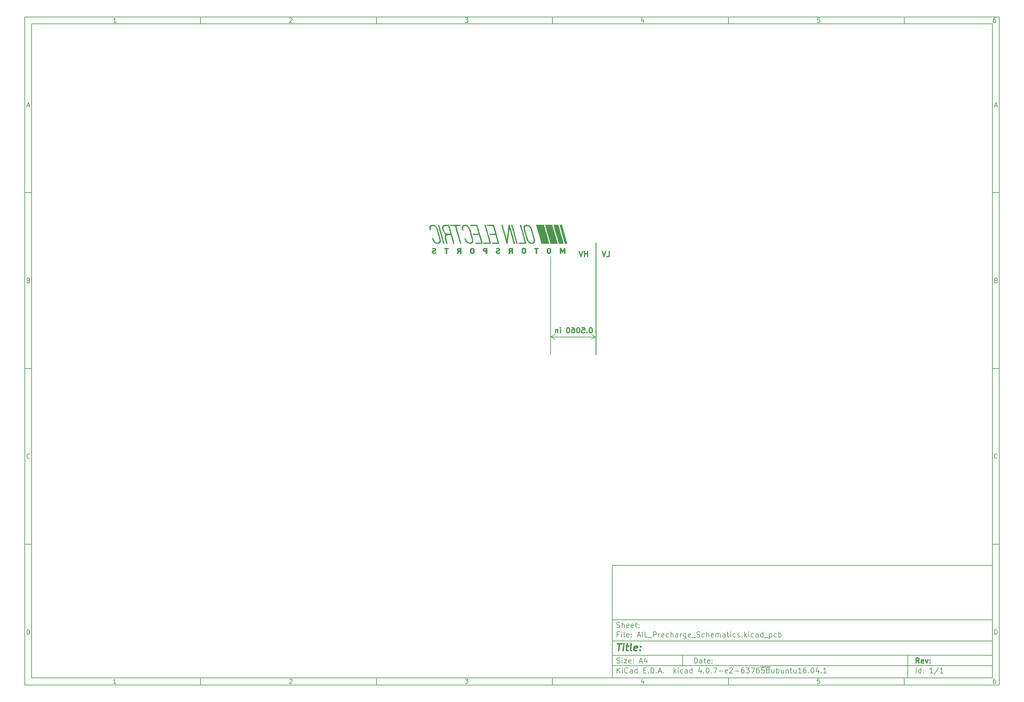
<source format=gbr>
G04 #@! TF.FileFunction,Legend,Bot*
%FSLAX46Y46*%
G04 Gerber Fmt 4.6, Leading zero omitted, Abs format (unit mm)*
G04 Created by KiCad (PCBNEW 4.0.7-e2-6376~58~ubuntu16.04.1) date Thu Nov  9 22:46:50 2017*
%MOMM*%
%LPD*%
G01*
G04 APERTURE LIST*
%ADD10C,0.100000*%
%ADD11C,0.150000*%
%ADD12C,0.300000*%
%ADD13C,0.400000*%
%ADD14C,0.200000*%
%ADD15C,0.292100*%
%ADD16C,0.010000*%
G04 APERTURE END LIST*
D10*
D11*
X177002200Y-166007200D02*
X177002200Y-198007200D01*
X285002200Y-198007200D01*
X285002200Y-166007200D01*
X177002200Y-166007200D01*
D10*
D11*
X10000000Y-10000000D02*
X10000000Y-200007200D01*
X287002200Y-200007200D01*
X287002200Y-10000000D01*
X10000000Y-10000000D01*
D10*
D11*
X12000000Y-12000000D02*
X12000000Y-198007200D01*
X285002200Y-198007200D01*
X285002200Y-12000000D01*
X12000000Y-12000000D01*
D10*
D11*
X60000000Y-12000000D02*
X60000000Y-10000000D01*
D10*
D11*
X110000000Y-12000000D02*
X110000000Y-10000000D01*
D10*
D11*
X160000000Y-12000000D02*
X160000000Y-10000000D01*
D10*
D11*
X210000000Y-12000000D02*
X210000000Y-10000000D01*
D10*
D11*
X260000000Y-12000000D02*
X260000000Y-10000000D01*
D10*
D11*
X35990476Y-11588095D02*
X35247619Y-11588095D01*
X35619048Y-11588095D02*
X35619048Y-10288095D01*
X35495238Y-10473810D01*
X35371429Y-10597619D01*
X35247619Y-10659524D01*
D10*
D11*
X85247619Y-10411905D02*
X85309524Y-10350000D01*
X85433333Y-10288095D01*
X85742857Y-10288095D01*
X85866667Y-10350000D01*
X85928571Y-10411905D01*
X85990476Y-10535714D01*
X85990476Y-10659524D01*
X85928571Y-10845238D01*
X85185714Y-11588095D01*
X85990476Y-11588095D01*
D10*
D11*
X135185714Y-10288095D02*
X135990476Y-10288095D01*
X135557143Y-10783333D01*
X135742857Y-10783333D01*
X135866667Y-10845238D01*
X135928571Y-10907143D01*
X135990476Y-11030952D01*
X135990476Y-11340476D01*
X135928571Y-11464286D01*
X135866667Y-11526190D01*
X135742857Y-11588095D01*
X135371429Y-11588095D01*
X135247619Y-11526190D01*
X135185714Y-11464286D01*
D10*
D11*
X185866667Y-10721429D02*
X185866667Y-11588095D01*
X185557143Y-10226190D02*
X185247619Y-11154762D01*
X186052381Y-11154762D01*
D10*
D11*
X235928571Y-10288095D02*
X235309524Y-10288095D01*
X235247619Y-10907143D01*
X235309524Y-10845238D01*
X235433333Y-10783333D01*
X235742857Y-10783333D01*
X235866667Y-10845238D01*
X235928571Y-10907143D01*
X235990476Y-11030952D01*
X235990476Y-11340476D01*
X235928571Y-11464286D01*
X235866667Y-11526190D01*
X235742857Y-11588095D01*
X235433333Y-11588095D01*
X235309524Y-11526190D01*
X235247619Y-11464286D01*
D10*
D11*
X285866667Y-10288095D02*
X285619048Y-10288095D01*
X285495238Y-10350000D01*
X285433333Y-10411905D01*
X285309524Y-10597619D01*
X285247619Y-10845238D01*
X285247619Y-11340476D01*
X285309524Y-11464286D01*
X285371429Y-11526190D01*
X285495238Y-11588095D01*
X285742857Y-11588095D01*
X285866667Y-11526190D01*
X285928571Y-11464286D01*
X285990476Y-11340476D01*
X285990476Y-11030952D01*
X285928571Y-10907143D01*
X285866667Y-10845238D01*
X285742857Y-10783333D01*
X285495238Y-10783333D01*
X285371429Y-10845238D01*
X285309524Y-10907143D01*
X285247619Y-11030952D01*
D10*
D11*
X60000000Y-198007200D02*
X60000000Y-200007200D01*
D10*
D11*
X110000000Y-198007200D02*
X110000000Y-200007200D01*
D10*
D11*
X160000000Y-198007200D02*
X160000000Y-200007200D01*
D10*
D11*
X210000000Y-198007200D02*
X210000000Y-200007200D01*
D10*
D11*
X260000000Y-198007200D02*
X260000000Y-200007200D01*
D10*
D11*
X35990476Y-199595295D02*
X35247619Y-199595295D01*
X35619048Y-199595295D02*
X35619048Y-198295295D01*
X35495238Y-198481010D01*
X35371429Y-198604819D01*
X35247619Y-198666724D01*
D10*
D11*
X85247619Y-198419105D02*
X85309524Y-198357200D01*
X85433333Y-198295295D01*
X85742857Y-198295295D01*
X85866667Y-198357200D01*
X85928571Y-198419105D01*
X85990476Y-198542914D01*
X85990476Y-198666724D01*
X85928571Y-198852438D01*
X85185714Y-199595295D01*
X85990476Y-199595295D01*
D10*
D11*
X135185714Y-198295295D02*
X135990476Y-198295295D01*
X135557143Y-198790533D01*
X135742857Y-198790533D01*
X135866667Y-198852438D01*
X135928571Y-198914343D01*
X135990476Y-199038152D01*
X135990476Y-199347676D01*
X135928571Y-199471486D01*
X135866667Y-199533390D01*
X135742857Y-199595295D01*
X135371429Y-199595295D01*
X135247619Y-199533390D01*
X135185714Y-199471486D01*
D10*
D11*
X185866667Y-198728629D02*
X185866667Y-199595295D01*
X185557143Y-198233390D02*
X185247619Y-199161962D01*
X186052381Y-199161962D01*
D10*
D11*
X235928571Y-198295295D02*
X235309524Y-198295295D01*
X235247619Y-198914343D01*
X235309524Y-198852438D01*
X235433333Y-198790533D01*
X235742857Y-198790533D01*
X235866667Y-198852438D01*
X235928571Y-198914343D01*
X235990476Y-199038152D01*
X235990476Y-199347676D01*
X235928571Y-199471486D01*
X235866667Y-199533390D01*
X235742857Y-199595295D01*
X235433333Y-199595295D01*
X235309524Y-199533390D01*
X235247619Y-199471486D01*
D10*
D11*
X285866667Y-198295295D02*
X285619048Y-198295295D01*
X285495238Y-198357200D01*
X285433333Y-198419105D01*
X285309524Y-198604819D01*
X285247619Y-198852438D01*
X285247619Y-199347676D01*
X285309524Y-199471486D01*
X285371429Y-199533390D01*
X285495238Y-199595295D01*
X285742857Y-199595295D01*
X285866667Y-199533390D01*
X285928571Y-199471486D01*
X285990476Y-199347676D01*
X285990476Y-199038152D01*
X285928571Y-198914343D01*
X285866667Y-198852438D01*
X285742857Y-198790533D01*
X285495238Y-198790533D01*
X285371429Y-198852438D01*
X285309524Y-198914343D01*
X285247619Y-199038152D01*
D10*
D11*
X10000000Y-60000000D02*
X12000000Y-60000000D01*
D10*
D11*
X10000000Y-110000000D02*
X12000000Y-110000000D01*
D10*
D11*
X10000000Y-160000000D02*
X12000000Y-160000000D01*
D10*
D11*
X10690476Y-35216667D02*
X11309524Y-35216667D01*
X10566667Y-35588095D02*
X11000000Y-34288095D01*
X11433333Y-35588095D01*
D10*
D11*
X11092857Y-84907143D02*
X11278571Y-84969048D01*
X11340476Y-85030952D01*
X11402381Y-85154762D01*
X11402381Y-85340476D01*
X11340476Y-85464286D01*
X11278571Y-85526190D01*
X11154762Y-85588095D01*
X10659524Y-85588095D01*
X10659524Y-84288095D01*
X11092857Y-84288095D01*
X11216667Y-84350000D01*
X11278571Y-84411905D01*
X11340476Y-84535714D01*
X11340476Y-84659524D01*
X11278571Y-84783333D01*
X11216667Y-84845238D01*
X11092857Y-84907143D01*
X10659524Y-84907143D01*
D10*
D11*
X11402381Y-135464286D02*
X11340476Y-135526190D01*
X11154762Y-135588095D01*
X11030952Y-135588095D01*
X10845238Y-135526190D01*
X10721429Y-135402381D01*
X10659524Y-135278571D01*
X10597619Y-135030952D01*
X10597619Y-134845238D01*
X10659524Y-134597619D01*
X10721429Y-134473810D01*
X10845238Y-134350000D01*
X11030952Y-134288095D01*
X11154762Y-134288095D01*
X11340476Y-134350000D01*
X11402381Y-134411905D01*
D10*
D11*
X10659524Y-185588095D02*
X10659524Y-184288095D01*
X10969048Y-184288095D01*
X11154762Y-184350000D01*
X11278571Y-184473810D01*
X11340476Y-184597619D01*
X11402381Y-184845238D01*
X11402381Y-185030952D01*
X11340476Y-185278571D01*
X11278571Y-185402381D01*
X11154762Y-185526190D01*
X10969048Y-185588095D01*
X10659524Y-185588095D01*
D10*
D11*
X287002200Y-60000000D02*
X285002200Y-60000000D01*
D10*
D11*
X287002200Y-110000000D02*
X285002200Y-110000000D01*
D10*
D11*
X287002200Y-160000000D02*
X285002200Y-160000000D01*
D10*
D11*
X285692676Y-35216667D02*
X286311724Y-35216667D01*
X285568867Y-35588095D02*
X286002200Y-34288095D01*
X286435533Y-35588095D01*
D10*
D11*
X286095057Y-84907143D02*
X286280771Y-84969048D01*
X286342676Y-85030952D01*
X286404581Y-85154762D01*
X286404581Y-85340476D01*
X286342676Y-85464286D01*
X286280771Y-85526190D01*
X286156962Y-85588095D01*
X285661724Y-85588095D01*
X285661724Y-84288095D01*
X286095057Y-84288095D01*
X286218867Y-84350000D01*
X286280771Y-84411905D01*
X286342676Y-84535714D01*
X286342676Y-84659524D01*
X286280771Y-84783333D01*
X286218867Y-84845238D01*
X286095057Y-84907143D01*
X285661724Y-84907143D01*
D10*
D11*
X286404581Y-135464286D02*
X286342676Y-135526190D01*
X286156962Y-135588095D01*
X286033152Y-135588095D01*
X285847438Y-135526190D01*
X285723629Y-135402381D01*
X285661724Y-135278571D01*
X285599819Y-135030952D01*
X285599819Y-134845238D01*
X285661724Y-134597619D01*
X285723629Y-134473810D01*
X285847438Y-134350000D01*
X286033152Y-134288095D01*
X286156962Y-134288095D01*
X286342676Y-134350000D01*
X286404581Y-134411905D01*
D10*
D11*
X285661724Y-185588095D02*
X285661724Y-184288095D01*
X285971248Y-184288095D01*
X286156962Y-184350000D01*
X286280771Y-184473810D01*
X286342676Y-184597619D01*
X286404581Y-184845238D01*
X286404581Y-185030952D01*
X286342676Y-185278571D01*
X286280771Y-185402381D01*
X286156962Y-185526190D01*
X285971248Y-185588095D01*
X285661724Y-185588095D01*
D10*
D11*
X200359343Y-193785771D02*
X200359343Y-192285771D01*
X200716486Y-192285771D01*
X200930771Y-192357200D01*
X201073629Y-192500057D01*
X201145057Y-192642914D01*
X201216486Y-192928629D01*
X201216486Y-193142914D01*
X201145057Y-193428629D01*
X201073629Y-193571486D01*
X200930771Y-193714343D01*
X200716486Y-193785771D01*
X200359343Y-193785771D01*
X202502200Y-193785771D02*
X202502200Y-193000057D01*
X202430771Y-192857200D01*
X202287914Y-192785771D01*
X202002200Y-192785771D01*
X201859343Y-192857200D01*
X202502200Y-193714343D02*
X202359343Y-193785771D01*
X202002200Y-193785771D01*
X201859343Y-193714343D01*
X201787914Y-193571486D01*
X201787914Y-193428629D01*
X201859343Y-193285771D01*
X202002200Y-193214343D01*
X202359343Y-193214343D01*
X202502200Y-193142914D01*
X203002200Y-192785771D02*
X203573629Y-192785771D01*
X203216486Y-192285771D02*
X203216486Y-193571486D01*
X203287914Y-193714343D01*
X203430772Y-193785771D01*
X203573629Y-193785771D01*
X204645057Y-193714343D02*
X204502200Y-193785771D01*
X204216486Y-193785771D01*
X204073629Y-193714343D01*
X204002200Y-193571486D01*
X204002200Y-193000057D01*
X204073629Y-192857200D01*
X204216486Y-192785771D01*
X204502200Y-192785771D01*
X204645057Y-192857200D01*
X204716486Y-193000057D01*
X204716486Y-193142914D01*
X204002200Y-193285771D01*
X205359343Y-193642914D02*
X205430771Y-193714343D01*
X205359343Y-193785771D01*
X205287914Y-193714343D01*
X205359343Y-193642914D01*
X205359343Y-193785771D01*
X205359343Y-192857200D02*
X205430771Y-192928629D01*
X205359343Y-193000057D01*
X205287914Y-192928629D01*
X205359343Y-192857200D01*
X205359343Y-193000057D01*
D10*
D11*
X177002200Y-194507200D02*
X285002200Y-194507200D01*
D10*
D11*
X178359343Y-196585771D02*
X178359343Y-195085771D01*
X179216486Y-196585771D02*
X178573629Y-195728629D01*
X179216486Y-195085771D02*
X178359343Y-195942914D01*
X179859343Y-196585771D02*
X179859343Y-195585771D01*
X179859343Y-195085771D02*
X179787914Y-195157200D01*
X179859343Y-195228629D01*
X179930771Y-195157200D01*
X179859343Y-195085771D01*
X179859343Y-195228629D01*
X181430772Y-196442914D02*
X181359343Y-196514343D01*
X181145057Y-196585771D01*
X181002200Y-196585771D01*
X180787915Y-196514343D01*
X180645057Y-196371486D01*
X180573629Y-196228629D01*
X180502200Y-195942914D01*
X180502200Y-195728629D01*
X180573629Y-195442914D01*
X180645057Y-195300057D01*
X180787915Y-195157200D01*
X181002200Y-195085771D01*
X181145057Y-195085771D01*
X181359343Y-195157200D01*
X181430772Y-195228629D01*
X182716486Y-196585771D02*
X182716486Y-195800057D01*
X182645057Y-195657200D01*
X182502200Y-195585771D01*
X182216486Y-195585771D01*
X182073629Y-195657200D01*
X182716486Y-196514343D02*
X182573629Y-196585771D01*
X182216486Y-196585771D01*
X182073629Y-196514343D01*
X182002200Y-196371486D01*
X182002200Y-196228629D01*
X182073629Y-196085771D01*
X182216486Y-196014343D01*
X182573629Y-196014343D01*
X182716486Y-195942914D01*
X184073629Y-196585771D02*
X184073629Y-195085771D01*
X184073629Y-196514343D02*
X183930772Y-196585771D01*
X183645058Y-196585771D01*
X183502200Y-196514343D01*
X183430772Y-196442914D01*
X183359343Y-196300057D01*
X183359343Y-195871486D01*
X183430772Y-195728629D01*
X183502200Y-195657200D01*
X183645058Y-195585771D01*
X183930772Y-195585771D01*
X184073629Y-195657200D01*
X185930772Y-195800057D02*
X186430772Y-195800057D01*
X186645058Y-196585771D02*
X185930772Y-196585771D01*
X185930772Y-195085771D01*
X186645058Y-195085771D01*
X187287915Y-196442914D02*
X187359343Y-196514343D01*
X187287915Y-196585771D01*
X187216486Y-196514343D01*
X187287915Y-196442914D01*
X187287915Y-196585771D01*
X188002201Y-196585771D02*
X188002201Y-195085771D01*
X188359344Y-195085771D01*
X188573629Y-195157200D01*
X188716487Y-195300057D01*
X188787915Y-195442914D01*
X188859344Y-195728629D01*
X188859344Y-195942914D01*
X188787915Y-196228629D01*
X188716487Y-196371486D01*
X188573629Y-196514343D01*
X188359344Y-196585771D01*
X188002201Y-196585771D01*
X189502201Y-196442914D02*
X189573629Y-196514343D01*
X189502201Y-196585771D01*
X189430772Y-196514343D01*
X189502201Y-196442914D01*
X189502201Y-196585771D01*
X190145058Y-196157200D02*
X190859344Y-196157200D01*
X190002201Y-196585771D02*
X190502201Y-195085771D01*
X191002201Y-196585771D01*
X191502201Y-196442914D02*
X191573629Y-196514343D01*
X191502201Y-196585771D01*
X191430772Y-196514343D01*
X191502201Y-196442914D01*
X191502201Y-196585771D01*
X194502201Y-196585771D02*
X194502201Y-195085771D01*
X194645058Y-196014343D02*
X195073629Y-196585771D01*
X195073629Y-195585771D02*
X194502201Y-196157200D01*
X195716487Y-196585771D02*
X195716487Y-195585771D01*
X195716487Y-195085771D02*
X195645058Y-195157200D01*
X195716487Y-195228629D01*
X195787915Y-195157200D01*
X195716487Y-195085771D01*
X195716487Y-195228629D01*
X197073630Y-196514343D02*
X196930773Y-196585771D01*
X196645059Y-196585771D01*
X196502201Y-196514343D01*
X196430773Y-196442914D01*
X196359344Y-196300057D01*
X196359344Y-195871486D01*
X196430773Y-195728629D01*
X196502201Y-195657200D01*
X196645059Y-195585771D01*
X196930773Y-195585771D01*
X197073630Y-195657200D01*
X198359344Y-196585771D02*
X198359344Y-195800057D01*
X198287915Y-195657200D01*
X198145058Y-195585771D01*
X197859344Y-195585771D01*
X197716487Y-195657200D01*
X198359344Y-196514343D02*
X198216487Y-196585771D01*
X197859344Y-196585771D01*
X197716487Y-196514343D01*
X197645058Y-196371486D01*
X197645058Y-196228629D01*
X197716487Y-196085771D01*
X197859344Y-196014343D01*
X198216487Y-196014343D01*
X198359344Y-195942914D01*
X199716487Y-196585771D02*
X199716487Y-195085771D01*
X199716487Y-196514343D02*
X199573630Y-196585771D01*
X199287916Y-196585771D01*
X199145058Y-196514343D01*
X199073630Y-196442914D01*
X199002201Y-196300057D01*
X199002201Y-195871486D01*
X199073630Y-195728629D01*
X199145058Y-195657200D01*
X199287916Y-195585771D01*
X199573630Y-195585771D01*
X199716487Y-195657200D01*
X202216487Y-195585771D02*
X202216487Y-196585771D01*
X201859344Y-195014343D02*
X201502201Y-196085771D01*
X202430773Y-196085771D01*
X203002201Y-196442914D02*
X203073629Y-196514343D01*
X203002201Y-196585771D01*
X202930772Y-196514343D01*
X203002201Y-196442914D01*
X203002201Y-196585771D01*
X204002201Y-195085771D02*
X204145058Y-195085771D01*
X204287915Y-195157200D01*
X204359344Y-195228629D01*
X204430773Y-195371486D01*
X204502201Y-195657200D01*
X204502201Y-196014343D01*
X204430773Y-196300057D01*
X204359344Y-196442914D01*
X204287915Y-196514343D01*
X204145058Y-196585771D01*
X204002201Y-196585771D01*
X203859344Y-196514343D01*
X203787915Y-196442914D01*
X203716487Y-196300057D01*
X203645058Y-196014343D01*
X203645058Y-195657200D01*
X203716487Y-195371486D01*
X203787915Y-195228629D01*
X203859344Y-195157200D01*
X204002201Y-195085771D01*
X205145058Y-196442914D02*
X205216486Y-196514343D01*
X205145058Y-196585771D01*
X205073629Y-196514343D01*
X205145058Y-196442914D01*
X205145058Y-196585771D01*
X205716487Y-195085771D02*
X206716487Y-195085771D01*
X206073630Y-196585771D01*
X207287915Y-196014343D02*
X208430772Y-196014343D01*
X209716486Y-196514343D02*
X209573629Y-196585771D01*
X209287915Y-196585771D01*
X209145058Y-196514343D01*
X209073629Y-196371486D01*
X209073629Y-195800057D01*
X209145058Y-195657200D01*
X209287915Y-195585771D01*
X209573629Y-195585771D01*
X209716486Y-195657200D01*
X209787915Y-195800057D01*
X209787915Y-195942914D01*
X209073629Y-196085771D01*
X210359343Y-195228629D02*
X210430772Y-195157200D01*
X210573629Y-195085771D01*
X210930772Y-195085771D01*
X211073629Y-195157200D01*
X211145058Y-195228629D01*
X211216486Y-195371486D01*
X211216486Y-195514343D01*
X211145058Y-195728629D01*
X210287915Y-196585771D01*
X211216486Y-196585771D01*
X211859343Y-196014343D02*
X213002200Y-196014343D01*
X214359343Y-195085771D02*
X214073629Y-195085771D01*
X213930772Y-195157200D01*
X213859343Y-195228629D01*
X213716486Y-195442914D01*
X213645057Y-195728629D01*
X213645057Y-196300057D01*
X213716486Y-196442914D01*
X213787914Y-196514343D01*
X213930772Y-196585771D01*
X214216486Y-196585771D01*
X214359343Y-196514343D01*
X214430772Y-196442914D01*
X214502200Y-196300057D01*
X214502200Y-195942914D01*
X214430772Y-195800057D01*
X214359343Y-195728629D01*
X214216486Y-195657200D01*
X213930772Y-195657200D01*
X213787914Y-195728629D01*
X213716486Y-195800057D01*
X213645057Y-195942914D01*
X215002200Y-195085771D02*
X215930771Y-195085771D01*
X215430771Y-195657200D01*
X215645057Y-195657200D01*
X215787914Y-195728629D01*
X215859343Y-195800057D01*
X215930771Y-195942914D01*
X215930771Y-196300057D01*
X215859343Y-196442914D01*
X215787914Y-196514343D01*
X215645057Y-196585771D01*
X215216485Y-196585771D01*
X215073628Y-196514343D01*
X215002200Y-196442914D01*
X216430771Y-195085771D02*
X217430771Y-195085771D01*
X216787914Y-196585771D01*
X218645056Y-195085771D02*
X218359342Y-195085771D01*
X218216485Y-195157200D01*
X218145056Y-195228629D01*
X218002199Y-195442914D01*
X217930770Y-195728629D01*
X217930770Y-196300057D01*
X218002199Y-196442914D01*
X218073627Y-196514343D01*
X218216485Y-196585771D01*
X218502199Y-196585771D01*
X218645056Y-196514343D01*
X218716485Y-196442914D01*
X218787913Y-196300057D01*
X218787913Y-195942914D01*
X218716485Y-195800057D01*
X218645056Y-195728629D01*
X218502199Y-195657200D01*
X218216485Y-195657200D01*
X218073627Y-195728629D01*
X218002199Y-195800057D01*
X217930770Y-195942914D01*
X220145056Y-195085771D02*
X219430770Y-195085771D01*
X219359341Y-195800057D01*
X219430770Y-195728629D01*
X219573627Y-195657200D01*
X219930770Y-195657200D01*
X220073627Y-195728629D01*
X220145056Y-195800057D01*
X220216484Y-195942914D01*
X220216484Y-196300057D01*
X220145056Y-196442914D01*
X220073627Y-196514343D01*
X219930770Y-196585771D01*
X219573627Y-196585771D01*
X219430770Y-196514343D01*
X219359341Y-196442914D01*
X221073627Y-195728629D02*
X220930769Y-195657200D01*
X220859341Y-195585771D01*
X220787912Y-195442914D01*
X220787912Y-195371486D01*
X220859341Y-195228629D01*
X220930769Y-195157200D01*
X221073627Y-195085771D01*
X221359341Y-195085771D01*
X221502198Y-195157200D01*
X221573627Y-195228629D01*
X221645055Y-195371486D01*
X221645055Y-195442914D01*
X221573627Y-195585771D01*
X221502198Y-195657200D01*
X221359341Y-195728629D01*
X221073627Y-195728629D01*
X220930769Y-195800057D01*
X220859341Y-195871486D01*
X220787912Y-196014343D01*
X220787912Y-196300057D01*
X220859341Y-196442914D01*
X220930769Y-196514343D01*
X221073627Y-196585771D01*
X221359341Y-196585771D01*
X221502198Y-196514343D01*
X221573627Y-196442914D01*
X221645055Y-196300057D01*
X221645055Y-196014343D01*
X221573627Y-195871486D01*
X221502198Y-195800057D01*
X221359341Y-195728629D01*
X219073627Y-194827200D02*
X221930769Y-194827200D01*
X222930769Y-195585771D02*
X222930769Y-196585771D01*
X222287912Y-195585771D02*
X222287912Y-196371486D01*
X222359340Y-196514343D01*
X222502198Y-196585771D01*
X222716483Y-196585771D01*
X222859340Y-196514343D01*
X222930769Y-196442914D01*
X223645055Y-196585771D02*
X223645055Y-195085771D01*
X223645055Y-195657200D02*
X223787912Y-195585771D01*
X224073626Y-195585771D01*
X224216483Y-195657200D01*
X224287912Y-195728629D01*
X224359341Y-195871486D01*
X224359341Y-196300057D01*
X224287912Y-196442914D01*
X224216483Y-196514343D01*
X224073626Y-196585771D01*
X223787912Y-196585771D01*
X223645055Y-196514343D01*
X225645055Y-195585771D02*
X225645055Y-196585771D01*
X225002198Y-195585771D02*
X225002198Y-196371486D01*
X225073626Y-196514343D01*
X225216484Y-196585771D01*
X225430769Y-196585771D01*
X225573626Y-196514343D01*
X225645055Y-196442914D01*
X226359341Y-195585771D02*
X226359341Y-196585771D01*
X226359341Y-195728629D02*
X226430769Y-195657200D01*
X226573627Y-195585771D01*
X226787912Y-195585771D01*
X226930769Y-195657200D01*
X227002198Y-195800057D01*
X227002198Y-196585771D01*
X227502198Y-195585771D02*
X228073627Y-195585771D01*
X227716484Y-195085771D02*
X227716484Y-196371486D01*
X227787912Y-196514343D01*
X227930770Y-196585771D01*
X228073627Y-196585771D01*
X229216484Y-195585771D02*
X229216484Y-196585771D01*
X228573627Y-195585771D02*
X228573627Y-196371486D01*
X228645055Y-196514343D01*
X228787913Y-196585771D01*
X229002198Y-196585771D01*
X229145055Y-196514343D01*
X229216484Y-196442914D01*
X230716484Y-196585771D02*
X229859341Y-196585771D01*
X230287913Y-196585771D02*
X230287913Y-195085771D01*
X230145056Y-195300057D01*
X230002198Y-195442914D01*
X229859341Y-195514343D01*
X232002198Y-195085771D02*
X231716484Y-195085771D01*
X231573627Y-195157200D01*
X231502198Y-195228629D01*
X231359341Y-195442914D01*
X231287912Y-195728629D01*
X231287912Y-196300057D01*
X231359341Y-196442914D01*
X231430769Y-196514343D01*
X231573627Y-196585771D01*
X231859341Y-196585771D01*
X232002198Y-196514343D01*
X232073627Y-196442914D01*
X232145055Y-196300057D01*
X232145055Y-195942914D01*
X232073627Y-195800057D01*
X232002198Y-195728629D01*
X231859341Y-195657200D01*
X231573627Y-195657200D01*
X231430769Y-195728629D01*
X231359341Y-195800057D01*
X231287912Y-195942914D01*
X232787912Y-196442914D02*
X232859340Y-196514343D01*
X232787912Y-196585771D01*
X232716483Y-196514343D01*
X232787912Y-196442914D01*
X232787912Y-196585771D01*
X233787912Y-195085771D02*
X233930769Y-195085771D01*
X234073626Y-195157200D01*
X234145055Y-195228629D01*
X234216484Y-195371486D01*
X234287912Y-195657200D01*
X234287912Y-196014343D01*
X234216484Y-196300057D01*
X234145055Y-196442914D01*
X234073626Y-196514343D01*
X233930769Y-196585771D01*
X233787912Y-196585771D01*
X233645055Y-196514343D01*
X233573626Y-196442914D01*
X233502198Y-196300057D01*
X233430769Y-196014343D01*
X233430769Y-195657200D01*
X233502198Y-195371486D01*
X233573626Y-195228629D01*
X233645055Y-195157200D01*
X233787912Y-195085771D01*
X235573626Y-195585771D02*
X235573626Y-196585771D01*
X235216483Y-195014343D02*
X234859340Y-196085771D01*
X235787912Y-196085771D01*
X236359340Y-196442914D02*
X236430768Y-196514343D01*
X236359340Y-196585771D01*
X236287911Y-196514343D01*
X236359340Y-196442914D01*
X236359340Y-196585771D01*
X237859340Y-196585771D02*
X237002197Y-196585771D01*
X237430769Y-196585771D02*
X237430769Y-195085771D01*
X237287912Y-195300057D01*
X237145054Y-195442914D01*
X237002197Y-195514343D01*
D10*
D11*
X177002200Y-191507200D02*
X285002200Y-191507200D01*
D10*
D12*
X264216486Y-193785771D02*
X263716486Y-193071486D01*
X263359343Y-193785771D02*
X263359343Y-192285771D01*
X263930771Y-192285771D01*
X264073629Y-192357200D01*
X264145057Y-192428629D01*
X264216486Y-192571486D01*
X264216486Y-192785771D01*
X264145057Y-192928629D01*
X264073629Y-193000057D01*
X263930771Y-193071486D01*
X263359343Y-193071486D01*
X265430771Y-193714343D02*
X265287914Y-193785771D01*
X265002200Y-193785771D01*
X264859343Y-193714343D01*
X264787914Y-193571486D01*
X264787914Y-193000057D01*
X264859343Y-192857200D01*
X265002200Y-192785771D01*
X265287914Y-192785771D01*
X265430771Y-192857200D01*
X265502200Y-193000057D01*
X265502200Y-193142914D01*
X264787914Y-193285771D01*
X266002200Y-192785771D02*
X266359343Y-193785771D01*
X266716485Y-192785771D01*
X267287914Y-193642914D02*
X267359342Y-193714343D01*
X267287914Y-193785771D01*
X267216485Y-193714343D01*
X267287914Y-193642914D01*
X267287914Y-193785771D01*
X267287914Y-192857200D02*
X267359342Y-192928629D01*
X267287914Y-193000057D01*
X267216485Y-192928629D01*
X267287914Y-192857200D01*
X267287914Y-193000057D01*
D10*
D11*
X178287914Y-193714343D02*
X178502200Y-193785771D01*
X178859343Y-193785771D01*
X179002200Y-193714343D01*
X179073629Y-193642914D01*
X179145057Y-193500057D01*
X179145057Y-193357200D01*
X179073629Y-193214343D01*
X179002200Y-193142914D01*
X178859343Y-193071486D01*
X178573629Y-193000057D01*
X178430771Y-192928629D01*
X178359343Y-192857200D01*
X178287914Y-192714343D01*
X178287914Y-192571486D01*
X178359343Y-192428629D01*
X178430771Y-192357200D01*
X178573629Y-192285771D01*
X178930771Y-192285771D01*
X179145057Y-192357200D01*
X179787914Y-193785771D02*
X179787914Y-192785771D01*
X179787914Y-192285771D02*
X179716485Y-192357200D01*
X179787914Y-192428629D01*
X179859342Y-192357200D01*
X179787914Y-192285771D01*
X179787914Y-192428629D01*
X180359343Y-192785771D02*
X181145057Y-192785771D01*
X180359343Y-193785771D01*
X181145057Y-193785771D01*
X182287914Y-193714343D02*
X182145057Y-193785771D01*
X181859343Y-193785771D01*
X181716486Y-193714343D01*
X181645057Y-193571486D01*
X181645057Y-193000057D01*
X181716486Y-192857200D01*
X181859343Y-192785771D01*
X182145057Y-192785771D01*
X182287914Y-192857200D01*
X182359343Y-193000057D01*
X182359343Y-193142914D01*
X181645057Y-193285771D01*
X183002200Y-193642914D02*
X183073628Y-193714343D01*
X183002200Y-193785771D01*
X182930771Y-193714343D01*
X183002200Y-193642914D01*
X183002200Y-193785771D01*
X183002200Y-192857200D02*
X183073628Y-192928629D01*
X183002200Y-193000057D01*
X182930771Y-192928629D01*
X183002200Y-192857200D01*
X183002200Y-193000057D01*
X184787914Y-193357200D02*
X185502200Y-193357200D01*
X184645057Y-193785771D02*
X185145057Y-192285771D01*
X185645057Y-193785771D01*
X186787914Y-192785771D02*
X186787914Y-193785771D01*
X186430771Y-192214343D02*
X186073628Y-193285771D01*
X187002200Y-193285771D01*
D10*
D11*
X263359343Y-196585771D02*
X263359343Y-195085771D01*
X264716486Y-196585771D02*
X264716486Y-195085771D01*
X264716486Y-196514343D02*
X264573629Y-196585771D01*
X264287915Y-196585771D01*
X264145057Y-196514343D01*
X264073629Y-196442914D01*
X264002200Y-196300057D01*
X264002200Y-195871486D01*
X264073629Y-195728629D01*
X264145057Y-195657200D01*
X264287915Y-195585771D01*
X264573629Y-195585771D01*
X264716486Y-195657200D01*
X265430772Y-196442914D02*
X265502200Y-196514343D01*
X265430772Y-196585771D01*
X265359343Y-196514343D01*
X265430772Y-196442914D01*
X265430772Y-196585771D01*
X265430772Y-195657200D02*
X265502200Y-195728629D01*
X265430772Y-195800057D01*
X265359343Y-195728629D01*
X265430772Y-195657200D01*
X265430772Y-195800057D01*
X268073629Y-196585771D02*
X267216486Y-196585771D01*
X267645058Y-196585771D02*
X267645058Y-195085771D01*
X267502201Y-195300057D01*
X267359343Y-195442914D01*
X267216486Y-195514343D01*
X269787914Y-195014343D02*
X268502200Y-196942914D01*
X271073629Y-196585771D02*
X270216486Y-196585771D01*
X270645058Y-196585771D02*
X270645058Y-195085771D01*
X270502201Y-195300057D01*
X270359343Y-195442914D01*
X270216486Y-195514343D01*
D10*
D11*
X177002200Y-187507200D02*
X285002200Y-187507200D01*
D10*
D13*
X178454581Y-188211962D02*
X179597438Y-188211962D01*
X178776010Y-190211962D02*
X179026010Y-188211962D01*
X180014105Y-190211962D02*
X180180771Y-188878629D01*
X180264105Y-188211962D02*
X180156962Y-188307200D01*
X180240295Y-188402438D01*
X180347439Y-188307200D01*
X180264105Y-188211962D01*
X180240295Y-188402438D01*
X180847438Y-188878629D02*
X181609343Y-188878629D01*
X181216486Y-188211962D02*
X181002200Y-189926248D01*
X181073630Y-190116724D01*
X181252201Y-190211962D01*
X181442677Y-190211962D01*
X182395058Y-190211962D02*
X182216487Y-190116724D01*
X182145057Y-189926248D01*
X182359343Y-188211962D01*
X183930772Y-190116724D02*
X183728391Y-190211962D01*
X183347439Y-190211962D01*
X183168867Y-190116724D01*
X183097438Y-189926248D01*
X183192676Y-189164343D01*
X183311724Y-188973867D01*
X183514105Y-188878629D01*
X183895057Y-188878629D01*
X184073629Y-188973867D01*
X184145057Y-189164343D01*
X184121248Y-189354819D01*
X183145057Y-189545295D01*
X184895057Y-190021486D02*
X184978392Y-190116724D01*
X184871248Y-190211962D01*
X184787915Y-190116724D01*
X184895057Y-190021486D01*
X184871248Y-190211962D01*
X185026010Y-188973867D02*
X185109344Y-189069105D01*
X185002200Y-189164343D01*
X184918867Y-189069105D01*
X185026010Y-188973867D01*
X185002200Y-189164343D01*
D10*
D11*
X178859343Y-185600057D02*
X178359343Y-185600057D01*
X178359343Y-186385771D02*
X178359343Y-184885771D01*
X179073629Y-184885771D01*
X179645057Y-186385771D02*
X179645057Y-185385771D01*
X179645057Y-184885771D02*
X179573628Y-184957200D01*
X179645057Y-185028629D01*
X179716485Y-184957200D01*
X179645057Y-184885771D01*
X179645057Y-185028629D01*
X180573629Y-186385771D02*
X180430771Y-186314343D01*
X180359343Y-186171486D01*
X180359343Y-184885771D01*
X181716485Y-186314343D02*
X181573628Y-186385771D01*
X181287914Y-186385771D01*
X181145057Y-186314343D01*
X181073628Y-186171486D01*
X181073628Y-185600057D01*
X181145057Y-185457200D01*
X181287914Y-185385771D01*
X181573628Y-185385771D01*
X181716485Y-185457200D01*
X181787914Y-185600057D01*
X181787914Y-185742914D01*
X181073628Y-185885771D01*
X182430771Y-186242914D02*
X182502199Y-186314343D01*
X182430771Y-186385771D01*
X182359342Y-186314343D01*
X182430771Y-186242914D01*
X182430771Y-186385771D01*
X182430771Y-185457200D02*
X182502199Y-185528629D01*
X182430771Y-185600057D01*
X182359342Y-185528629D01*
X182430771Y-185457200D01*
X182430771Y-185600057D01*
X184216485Y-185957200D02*
X184930771Y-185957200D01*
X184073628Y-186385771D02*
X184573628Y-184885771D01*
X185073628Y-186385771D01*
X185573628Y-186385771D02*
X185573628Y-184885771D01*
X187002200Y-186385771D02*
X186287914Y-186385771D01*
X186287914Y-184885771D01*
X187145057Y-186528629D02*
X188287914Y-186528629D01*
X188645057Y-186385771D02*
X188645057Y-184885771D01*
X189216485Y-184885771D01*
X189359343Y-184957200D01*
X189430771Y-185028629D01*
X189502200Y-185171486D01*
X189502200Y-185385771D01*
X189430771Y-185528629D01*
X189359343Y-185600057D01*
X189216485Y-185671486D01*
X188645057Y-185671486D01*
X190145057Y-186385771D02*
X190145057Y-185385771D01*
X190145057Y-185671486D02*
X190216485Y-185528629D01*
X190287914Y-185457200D01*
X190430771Y-185385771D01*
X190573628Y-185385771D01*
X191645056Y-186314343D02*
X191502199Y-186385771D01*
X191216485Y-186385771D01*
X191073628Y-186314343D01*
X191002199Y-186171486D01*
X191002199Y-185600057D01*
X191073628Y-185457200D01*
X191216485Y-185385771D01*
X191502199Y-185385771D01*
X191645056Y-185457200D01*
X191716485Y-185600057D01*
X191716485Y-185742914D01*
X191002199Y-185885771D01*
X193002199Y-186314343D02*
X192859342Y-186385771D01*
X192573628Y-186385771D01*
X192430770Y-186314343D01*
X192359342Y-186242914D01*
X192287913Y-186100057D01*
X192287913Y-185671486D01*
X192359342Y-185528629D01*
X192430770Y-185457200D01*
X192573628Y-185385771D01*
X192859342Y-185385771D01*
X193002199Y-185457200D01*
X193645056Y-186385771D02*
X193645056Y-184885771D01*
X194287913Y-186385771D02*
X194287913Y-185600057D01*
X194216484Y-185457200D01*
X194073627Y-185385771D01*
X193859342Y-185385771D01*
X193716484Y-185457200D01*
X193645056Y-185528629D01*
X195645056Y-186385771D02*
X195645056Y-185600057D01*
X195573627Y-185457200D01*
X195430770Y-185385771D01*
X195145056Y-185385771D01*
X195002199Y-185457200D01*
X195645056Y-186314343D02*
X195502199Y-186385771D01*
X195145056Y-186385771D01*
X195002199Y-186314343D01*
X194930770Y-186171486D01*
X194930770Y-186028629D01*
X195002199Y-185885771D01*
X195145056Y-185814343D01*
X195502199Y-185814343D01*
X195645056Y-185742914D01*
X196359342Y-186385771D02*
X196359342Y-185385771D01*
X196359342Y-185671486D02*
X196430770Y-185528629D01*
X196502199Y-185457200D01*
X196645056Y-185385771D01*
X196787913Y-185385771D01*
X197930770Y-185385771D02*
X197930770Y-186600057D01*
X197859341Y-186742914D01*
X197787913Y-186814343D01*
X197645056Y-186885771D01*
X197430770Y-186885771D01*
X197287913Y-186814343D01*
X197930770Y-186314343D02*
X197787913Y-186385771D01*
X197502199Y-186385771D01*
X197359341Y-186314343D01*
X197287913Y-186242914D01*
X197216484Y-186100057D01*
X197216484Y-185671486D01*
X197287913Y-185528629D01*
X197359341Y-185457200D01*
X197502199Y-185385771D01*
X197787913Y-185385771D01*
X197930770Y-185457200D01*
X199216484Y-186314343D02*
X199073627Y-186385771D01*
X198787913Y-186385771D01*
X198645056Y-186314343D01*
X198573627Y-186171486D01*
X198573627Y-185600057D01*
X198645056Y-185457200D01*
X198787913Y-185385771D01*
X199073627Y-185385771D01*
X199216484Y-185457200D01*
X199287913Y-185600057D01*
X199287913Y-185742914D01*
X198573627Y-185885771D01*
X199573627Y-186528629D02*
X200716484Y-186528629D01*
X201002198Y-186314343D02*
X201216484Y-186385771D01*
X201573627Y-186385771D01*
X201716484Y-186314343D01*
X201787913Y-186242914D01*
X201859341Y-186100057D01*
X201859341Y-185957200D01*
X201787913Y-185814343D01*
X201716484Y-185742914D01*
X201573627Y-185671486D01*
X201287913Y-185600057D01*
X201145055Y-185528629D01*
X201073627Y-185457200D01*
X201002198Y-185314343D01*
X201002198Y-185171486D01*
X201073627Y-185028629D01*
X201145055Y-184957200D01*
X201287913Y-184885771D01*
X201645055Y-184885771D01*
X201859341Y-184957200D01*
X203145055Y-186314343D02*
X203002198Y-186385771D01*
X202716484Y-186385771D01*
X202573626Y-186314343D01*
X202502198Y-186242914D01*
X202430769Y-186100057D01*
X202430769Y-185671486D01*
X202502198Y-185528629D01*
X202573626Y-185457200D01*
X202716484Y-185385771D01*
X203002198Y-185385771D01*
X203145055Y-185457200D01*
X203787912Y-186385771D02*
X203787912Y-184885771D01*
X204430769Y-186385771D02*
X204430769Y-185600057D01*
X204359340Y-185457200D01*
X204216483Y-185385771D01*
X204002198Y-185385771D01*
X203859340Y-185457200D01*
X203787912Y-185528629D01*
X205716483Y-186314343D02*
X205573626Y-186385771D01*
X205287912Y-186385771D01*
X205145055Y-186314343D01*
X205073626Y-186171486D01*
X205073626Y-185600057D01*
X205145055Y-185457200D01*
X205287912Y-185385771D01*
X205573626Y-185385771D01*
X205716483Y-185457200D01*
X205787912Y-185600057D01*
X205787912Y-185742914D01*
X205073626Y-185885771D01*
X206430769Y-186385771D02*
X206430769Y-185385771D01*
X206430769Y-185528629D02*
X206502197Y-185457200D01*
X206645055Y-185385771D01*
X206859340Y-185385771D01*
X207002197Y-185457200D01*
X207073626Y-185600057D01*
X207073626Y-186385771D01*
X207073626Y-185600057D02*
X207145055Y-185457200D01*
X207287912Y-185385771D01*
X207502197Y-185385771D01*
X207645055Y-185457200D01*
X207716483Y-185600057D01*
X207716483Y-186385771D01*
X209073626Y-186385771D02*
X209073626Y-185600057D01*
X209002197Y-185457200D01*
X208859340Y-185385771D01*
X208573626Y-185385771D01*
X208430769Y-185457200D01*
X209073626Y-186314343D02*
X208930769Y-186385771D01*
X208573626Y-186385771D01*
X208430769Y-186314343D01*
X208359340Y-186171486D01*
X208359340Y-186028629D01*
X208430769Y-185885771D01*
X208573626Y-185814343D01*
X208930769Y-185814343D01*
X209073626Y-185742914D01*
X209573626Y-185385771D02*
X210145055Y-185385771D01*
X209787912Y-184885771D02*
X209787912Y-186171486D01*
X209859340Y-186314343D01*
X210002198Y-186385771D01*
X210145055Y-186385771D01*
X210645055Y-186385771D02*
X210645055Y-185385771D01*
X210645055Y-184885771D02*
X210573626Y-184957200D01*
X210645055Y-185028629D01*
X210716483Y-184957200D01*
X210645055Y-184885771D01*
X210645055Y-185028629D01*
X212002198Y-186314343D02*
X211859341Y-186385771D01*
X211573627Y-186385771D01*
X211430769Y-186314343D01*
X211359341Y-186242914D01*
X211287912Y-186100057D01*
X211287912Y-185671486D01*
X211359341Y-185528629D01*
X211430769Y-185457200D01*
X211573627Y-185385771D01*
X211859341Y-185385771D01*
X212002198Y-185457200D01*
X212573626Y-186314343D02*
X212716483Y-186385771D01*
X213002198Y-186385771D01*
X213145055Y-186314343D01*
X213216483Y-186171486D01*
X213216483Y-186100057D01*
X213145055Y-185957200D01*
X213002198Y-185885771D01*
X212787912Y-185885771D01*
X212645055Y-185814343D01*
X212573626Y-185671486D01*
X212573626Y-185600057D01*
X212645055Y-185457200D01*
X212787912Y-185385771D01*
X213002198Y-185385771D01*
X213145055Y-185457200D01*
X213859341Y-186242914D02*
X213930769Y-186314343D01*
X213859341Y-186385771D01*
X213787912Y-186314343D01*
X213859341Y-186242914D01*
X213859341Y-186385771D01*
X214573627Y-186385771D02*
X214573627Y-184885771D01*
X214716484Y-185814343D02*
X215145055Y-186385771D01*
X215145055Y-185385771D02*
X214573627Y-185957200D01*
X215787913Y-186385771D02*
X215787913Y-185385771D01*
X215787913Y-184885771D02*
X215716484Y-184957200D01*
X215787913Y-185028629D01*
X215859341Y-184957200D01*
X215787913Y-184885771D01*
X215787913Y-185028629D01*
X217145056Y-186314343D02*
X217002199Y-186385771D01*
X216716485Y-186385771D01*
X216573627Y-186314343D01*
X216502199Y-186242914D01*
X216430770Y-186100057D01*
X216430770Y-185671486D01*
X216502199Y-185528629D01*
X216573627Y-185457200D01*
X216716485Y-185385771D01*
X217002199Y-185385771D01*
X217145056Y-185457200D01*
X218430770Y-186385771D02*
X218430770Y-185600057D01*
X218359341Y-185457200D01*
X218216484Y-185385771D01*
X217930770Y-185385771D01*
X217787913Y-185457200D01*
X218430770Y-186314343D02*
X218287913Y-186385771D01*
X217930770Y-186385771D01*
X217787913Y-186314343D01*
X217716484Y-186171486D01*
X217716484Y-186028629D01*
X217787913Y-185885771D01*
X217930770Y-185814343D01*
X218287913Y-185814343D01*
X218430770Y-185742914D01*
X219787913Y-186385771D02*
X219787913Y-184885771D01*
X219787913Y-186314343D02*
X219645056Y-186385771D01*
X219359342Y-186385771D01*
X219216484Y-186314343D01*
X219145056Y-186242914D01*
X219073627Y-186100057D01*
X219073627Y-185671486D01*
X219145056Y-185528629D01*
X219216484Y-185457200D01*
X219359342Y-185385771D01*
X219645056Y-185385771D01*
X219787913Y-185457200D01*
X220145056Y-186528629D02*
X221287913Y-186528629D01*
X221645056Y-185385771D02*
X221645056Y-186885771D01*
X221645056Y-185457200D02*
X221787913Y-185385771D01*
X222073627Y-185385771D01*
X222216484Y-185457200D01*
X222287913Y-185528629D01*
X222359342Y-185671486D01*
X222359342Y-186100057D01*
X222287913Y-186242914D01*
X222216484Y-186314343D01*
X222073627Y-186385771D01*
X221787913Y-186385771D01*
X221645056Y-186314343D01*
X223645056Y-186314343D02*
X223502199Y-186385771D01*
X223216485Y-186385771D01*
X223073627Y-186314343D01*
X223002199Y-186242914D01*
X222930770Y-186100057D01*
X222930770Y-185671486D01*
X223002199Y-185528629D01*
X223073627Y-185457200D01*
X223216485Y-185385771D01*
X223502199Y-185385771D01*
X223645056Y-185457200D01*
X224287913Y-186385771D02*
X224287913Y-184885771D01*
X224287913Y-185457200D02*
X224430770Y-185385771D01*
X224716484Y-185385771D01*
X224859341Y-185457200D01*
X224930770Y-185528629D01*
X225002199Y-185671486D01*
X225002199Y-186100057D01*
X224930770Y-186242914D01*
X224859341Y-186314343D01*
X224716484Y-186385771D01*
X224430770Y-186385771D01*
X224287913Y-186314343D01*
D10*
D11*
X177002200Y-181507200D02*
X285002200Y-181507200D01*
D10*
D11*
X178287914Y-183614343D02*
X178502200Y-183685771D01*
X178859343Y-183685771D01*
X179002200Y-183614343D01*
X179073629Y-183542914D01*
X179145057Y-183400057D01*
X179145057Y-183257200D01*
X179073629Y-183114343D01*
X179002200Y-183042914D01*
X178859343Y-182971486D01*
X178573629Y-182900057D01*
X178430771Y-182828629D01*
X178359343Y-182757200D01*
X178287914Y-182614343D01*
X178287914Y-182471486D01*
X178359343Y-182328629D01*
X178430771Y-182257200D01*
X178573629Y-182185771D01*
X178930771Y-182185771D01*
X179145057Y-182257200D01*
X179787914Y-183685771D02*
X179787914Y-182185771D01*
X180430771Y-183685771D02*
X180430771Y-182900057D01*
X180359342Y-182757200D01*
X180216485Y-182685771D01*
X180002200Y-182685771D01*
X179859342Y-182757200D01*
X179787914Y-182828629D01*
X181716485Y-183614343D02*
X181573628Y-183685771D01*
X181287914Y-183685771D01*
X181145057Y-183614343D01*
X181073628Y-183471486D01*
X181073628Y-182900057D01*
X181145057Y-182757200D01*
X181287914Y-182685771D01*
X181573628Y-182685771D01*
X181716485Y-182757200D01*
X181787914Y-182900057D01*
X181787914Y-183042914D01*
X181073628Y-183185771D01*
X183002199Y-183614343D02*
X182859342Y-183685771D01*
X182573628Y-183685771D01*
X182430771Y-183614343D01*
X182359342Y-183471486D01*
X182359342Y-182900057D01*
X182430771Y-182757200D01*
X182573628Y-182685771D01*
X182859342Y-182685771D01*
X183002199Y-182757200D01*
X183073628Y-182900057D01*
X183073628Y-183042914D01*
X182359342Y-183185771D01*
X183502199Y-182685771D02*
X184073628Y-182685771D01*
X183716485Y-182185771D02*
X183716485Y-183471486D01*
X183787913Y-183614343D01*
X183930771Y-183685771D01*
X184073628Y-183685771D01*
X184573628Y-183542914D02*
X184645056Y-183614343D01*
X184573628Y-183685771D01*
X184502199Y-183614343D01*
X184573628Y-183542914D01*
X184573628Y-183685771D01*
X184573628Y-182757200D02*
X184645056Y-182828629D01*
X184573628Y-182900057D01*
X184502199Y-182828629D01*
X184573628Y-182757200D01*
X184573628Y-182900057D01*
D10*
D11*
X197002200Y-191507200D02*
X197002200Y-194507200D01*
D10*
D11*
X261002200Y-191507200D02*
X261002200Y-198007200D01*
D12*
X175438571Y-78148571D02*
X176152857Y-78148571D01*
X176152857Y-76648571D01*
X175152857Y-76648571D02*
X174652857Y-78148571D01*
X174152857Y-76648571D01*
X169981428Y-78148571D02*
X169981428Y-76648571D01*
X169981428Y-77362857D02*
X169124285Y-77362857D01*
X169124285Y-78148571D02*
X169124285Y-76648571D01*
X168624285Y-76648571D02*
X168124285Y-78148571D01*
X167624285Y-76648571D01*
D14*
X159450000Y-78150000D02*
X159450000Y-105950000D01*
D12*
X170942856Y-98378571D02*
X170799999Y-98378571D01*
X170657142Y-98450000D01*
X170585713Y-98521429D01*
X170514284Y-98664286D01*
X170442856Y-98950000D01*
X170442856Y-99307143D01*
X170514284Y-99592857D01*
X170585713Y-99735714D01*
X170657142Y-99807143D01*
X170799999Y-99878571D01*
X170942856Y-99878571D01*
X171085713Y-99807143D01*
X171157142Y-99735714D01*
X171228570Y-99592857D01*
X171299999Y-99307143D01*
X171299999Y-98950000D01*
X171228570Y-98664286D01*
X171157142Y-98521429D01*
X171085713Y-98450000D01*
X170942856Y-98378571D01*
X169799999Y-99735714D02*
X169728571Y-99807143D01*
X169799999Y-99878571D01*
X169871428Y-99807143D01*
X169799999Y-99735714D01*
X169799999Y-99878571D01*
X168371427Y-98378571D02*
X169085713Y-98378571D01*
X169157142Y-99092857D01*
X169085713Y-99021429D01*
X168942856Y-98950000D01*
X168585713Y-98950000D01*
X168442856Y-99021429D01*
X168371427Y-99092857D01*
X168299999Y-99235714D01*
X168299999Y-99592857D01*
X168371427Y-99735714D01*
X168442856Y-99807143D01*
X168585713Y-99878571D01*
X168942856Y-99878571D01*
X169085713Y-99807143D01*
X169157142Y-99735714D01*
X167371428Y-98378571D02*
X167228571Y-98378571D01*
X167085714Y-98450000D01*
X167014285Y-98521429D01*
X166942856Y-98664286D01*
X166871428Y-98950000D01*
X166871428Y-99307143D01*
X166942856Y-99592857D01*
X167014285Y-99735714D01*
X167085714Y-99807143D01*
X167228571Y-99878571D01*
X167371428Y-99878571D01*
X167514285Y-99807143D01*
X167585714Y-99735714D01*
X167657142Y-99592857D01*
X167728571Y-99307143D01*
X167728571Y-98950000D01*
X167657142Y-98664286D01*
X167585714Y-98521429D01*
X167514285Y-98450000D01*
X167371428Y-98378571D01*
X165585714Y-98378571D02*
X165871428Y-98378571D01*
X166014285Y-98450000D01*
X166085714Y-98521429D01*
X166228571Y-98735714D01*
X166300000Y-99021429D01*
X166300000Y-99592857D01*
X166228571Y-99735714D01*
X166157143Y-99807143D01*
X166014285Y-99878571D01*
X165728571Y-99878571D01*
X165585714Y-99807143D01*
X165514285Y-99735714D01*
X165442857Y-99592857D01*
X165442857Y-99235714D01*
X165514285Y-99092857D01*
X165585714Y-99021429D01*
X165728571Y-98950000D01*
X166014285Y-98950000D01*
X166157143Y-99021429D01*
X166228571Y-99092857D01*
X166300000Y-99235714D01*
X164514286Y-98378571D02*
X164371429Y-98378571D01*
X164228572Y-98450000D01*
X164157143Y-98521429D01*
X164085714Y-98664286D01*
X164014286Y-98950000D01*
X164014286Y-99307143D01*
X164085714Y-99592857D01*
X164157143Y-99735714D01*
X164228572Y-99807143D01*
X164371429Y-99878571D01*
X164514286Y-99878571D01*
X164657143Y-99807143D01*
X164728572Y-99735714D01*
X164800000Y-99592857D01*
X164871429Y-99307143D01*
X164871429Y-98950000D01*
X164800000Y-98664286D01*
X164728572Y-98521429D01*
X164657143Y-98450000D01*
X164514286Y-98378571D01*
X162228572Y-99878571D02*
X162228572Y-98878571D01*
X162228572Y-98378571D02*
X162300001Y-98450000D01*
X162228572Y-98521429D01*
X162157144Y-98450000D01*
X162228572Y-98378571D01*
X162228572Y-98521429D01*
X161514286Y-98878571D02*
X161514286Y-99878571D01*
X161514286Y-99021429D02*
X161442858Y-98950000D01*
X161300000Y-98878571D01*
X161085715Y-98878571D01*
X160942858Y-98950000D01*
X160871429Y-99092857D01*
X160871429Y-99878571D01*
D14*
X159600000Y-101000000D02*
X160750000Y-101700000D01*
X159550000Y-101000000D02*
X160750000Y-100250000D01*
X172150000Y-101050000D02*
X171100000Y-101650000D01*
X172150000Y-101050000D02*
X171100000Y-100250000D01*
X159600000Y-101000000D02*
X172150000Y-101050000D01*
D15*
X172313600Y-74193400D02*
X172300000Y-106050000D01*
D16*
G36*
X158858556Y-75686455D02*
X158720443Y-75718593D01*
X158602367Y-75785357D01*
X158513181Y-75867881D01*
X158451589Y-75947025D01*
X158407102Y-76036627D01*
X158377951Y-76145160D01*
X158362363Y-76281095D01*
X158358569Y-76452904D01*
X158361746Y-76592386D01*
X158374125Y-76788155D01*
X158398286Y-76941672D01*
X158437774Y-77060815D01*
X158496133Y-77153461D01*
X158576910Y-77227487D01*
X158673800Y-77285777D01*
X158770924Y-77319625D01*
X158894924Y-77341338D01*
X159024365Y-77348993D01*
X159137813Y-77340666D01*
X159178406Y-77331043D01*
X159320998Y-77259898D01*
X159440760Y-77149594D01*
X159513899Y-77036594D01*
X159538016Y-76985377D01*
X159555206Y-76939471D01*
X159566433Y-76889400D01*
X159572664Y-76825684D01*
X159574862Y-76738848D01*
X159573993Y-76619414D01*
X159571318Y-76472771D01*
X159571184Y-76466581D01*
X159244522Y-76466581D01*
X159240676Y-76594468D01*
X159231737Y-76717573D01*
X159218513Y-76822697D01*
X159201814Y-76896640D01*
X159192752Y-76917261D01*
X159141797Y-76970147D01*
X159067827Y-77018155D01*
X158994338Y-77047188D01*
X158970989Y-77050321D01*
X158926638Y-77039711D01*
X158865266Y-77013294D01*
X158863469Y-77012370D01*
X158805357Y-76975033D01*
X158763620Y-76927002D01*
X158736063Y-76860254D01*
X158720489Y-76766767D01*
X158714702Y-76638518D01*
X158716328Y-76474796D01*
X158724600Y-76132205D01*
X158807551Y-76058152D01*
X158905035Y-75998193D01*
X159003051Y-75984689D01*
X159093542Y-76014025D01*
X159168451Y-76082590D01*
X159219717Y-76186768D01*
X159233696Y-76249254D01*
X159242465Y-76347110D01*
X159244522Y-76466581D01*
X159571184Y-76466581D01*
X159567905Y-76315284D01*
X159563988Y-76199626D01*
X159558252Y-76116828D01*
X159549377Y-76057927D01*
X159536048Y-76013956D01*
X159516946Y-75975949D01*
X159492734Y-75937926D01*
X159394437Y-75819622D01*
X159278390Y-75741171D01*
X159134596Y-75697122D01*
X159028417Y-75684781D01*
X158858556Y-75686455D01*
X158858556Y-75686455D01*
G37*
X158858556Y-75686455D02*
X158720443Y-75718593D01*
X158602367Y-75785357D01*
X158513181Y-75867881D01*
X158451589Y-75947025D01*
X158407102Y-76036627D01*
X158377951Y-76145160D01*
X158362363Y-76281095D01*
X158358569Y-76452904D01*
X158361746Y-76592386D01*
X158374125Y-76788155D01*
X158398286Y-76941672D01*
X158437774Y-77060815D01*
X158496133Y-77153461D01*
X158576910Y-77227487D01*
X158673800Y-77285777D01*
X158770924Y-77319625D01*
X158894924Y-77341338D01*
X159024365Y-77348993D01*
X159137813Y-77340666D01*
X159178406Y-77331043D01*
X159320998Y-77259898D01*
X159440760Y-77149594D01*
X159513899Y-77036594D01*
X159538016Y-76985377D01*
X159555206Y-76939471D01*
X159566433Y-76889400D01*
X159572664Y-76825684D01*
X159574862Y-76738848D01*
X159573993Y-76619414D01*
X159571318Y-76472771D01*
X159571184Y-76466581D01*
X159244522Y-76466581D01*
X159240676Y-76594468D01*
X159231737Y-76717573D01*
X159218513Y-76822697D01*
X159201814Y-76896640D01*
X159192752Y-76917261D01*
X159141797Y-76970147D01*
X159067827Y-77018155D01*
X158994338Y-77047188D01*
X158970989Y-77050321D01*
X158926638Y-77039711D01*
X158865266Y-77013294D01*
X158863469Y-77012370D01*
X158805357Y-76975033D01*
X158763620Y-76927002D01*
X158736063Y-76860254D01*
X158720489Y-76766767D01*
X158714702Y-76638518D01*
X158716328Y-76474796D01*
X158724600Y-76132205D01*
X158807551Y-76058152D01*
X158905035Y-75998193D01*
X159003051Y-75984689D01*
X159093542Y-76014025D01*
X159168451Y-76082590D01*
X159219717Y-76186768D01*
X159233696Y-76249254D01*
X159242465Y-76347110D01*
X159244522Y-76466581D01*
X159571184Y-76466581D01*
X159567905Y-76315284D01*
X159563988Y-76199626D01*
X159558252Y-76116828D01*
X159549377Y-76057927D01*
X159536048Y-76013956D01*
X159516946Y-75975949D01*
X159492734Y-75937926D01*
X159394437Y-75819622D01*
X159278390Y-75741171D01*
X159134596Y-75697122D01*
X159028417Y-75684781D01*
X158858556Y-75686455D01*
G36*
X151659679Y-75695973D02*
X151515013Y-75752084D01*
X151389857Y-75843503D01*
X151308193Y-75945049D01*
X151278437Y-75995016D01*
X151257357Y-76039652D01*
X151243199Y-76089227D01*
X151234207Y-76154011D01*
X151228628Y-76244275D01*
X151224705Y-76370288D01*
X151222955Y-76443880D01*
X151221252Y-76642764D01*
X151227765Y-76799414D01*
X151244521Y-76922018D01*
X151273546Y-77018764D01*
X151316868Y-77097839D01*
X151376514Y-77167430D01*
X151409721Y-77198276D01*
X151555812Y-77294323D01*
X151722228Y-77344950D01*
X151905044Y-77349372D01*
X152041631Y-77324304D01*
X152143599Y-77277009D01*
X152246753Y-77195896D01*
X152336659Y-77095485D01*
X152398885Y-76990298D01*
X152412528Y-76951137D01*
X152425492Y-76868922D01*
X152433270Y-76742792D01*
X152435575Y-76579396D01*
X152435360Y-76562781D01*
X152093189Y-76562781D01*
X152091071Y-76692799D01*
X152085771Y-76783078D01*
X152075636Y-76844653D01*
X152059015Y-76888563D01*
X152039940Y-76918381D01*
X151953212Y-77002410D01*
X151857102Y-77039609D01*
X151758892Y-77029363D01*
X151665863Y-76971056D01*
X151646730Y-76951624D01*
X151609113Y-76901607D01*
X151584897Y-76841967D01*
X151569031Y-76756966D01*
X151561220Y-76685124D01*
X151553506Y-76519169D01*
X151560090Y-76357984D01*
X151579729Y-76217485D01*
X151604673Y-76128952D01*
X151656735Y-76057193D01*
X151739273Y-76004752D01*
X151832410Y-75984196D01*
X151833589Y-75984194D01*
X151894539Y-75997352D01*
X151965671Y-76029351D01*
X151973172Y-76033783D01*
X152018775Y-76069295D01*
X152051739Y-76117042D01*
X152073853Y-76184910D01*
X152086905Y-76280784D01*
X152092685Y-76412549D01*
X152093189Y-76562781D01*
X152435360Y-76562781D01*
X152433945Y-76453759D01*
X152430308Y-76305604D01*
X152425908Y-76198190D01*
X152419061Y-76121464D01*
X152408087Y-76065375D01*
X152391301Y-76019873D01*
X152367023Y-75974904D01*
X152348808Y-75945045D01*
X152246673Y-75824614D01*
X152117353Y-75739491D01*
X151970188Y-75689677D01*
X151814517Y-75675171D01*
X151659679Y-75695973D01*
X151659679Y-75695973D01*
G37*
X151659679Y-75695973D02*
X151515013Y-75752084D01*
X151389857Y-75843503D01*
X151308193Y-75945049D01*
X151278437Y-75995016D01*
X151257357Y-76039652D01*
X151243199Y-76089227D01*
X151234207Y-76154011D01*
X151228628Y-76244275D01*
X151224705Y-76370288D01*
X151222955Y-76443880D01*
X151221252Y-76642764D01*
X151227765Y-76799414D01*
X151244521Y-76922018D01*
X151273546Y-77018764D01*
X151316868Y-77097839D01*
X151376514Y-77167430D01*
X151409721Y-77198276D01*
X151555812Y-77294323D01*
X151722228Y-77344950D01*
X151905044Y-77349372D01*
X152041631Y-77324304D01*
X152143599Y-77277009D01*
X152246753Y-77195896D01*
X152336659Y-77095485D01*
X152398885Y-76990298D01*
X152412528Y-76951137D01*
X152425492Y-76868922D01*
X152433270Y-76742792D01*
X152435575Y-76579396D01*
X152435360Y-76562781D01*
X152093189Y-76562781D01*
X152091071Y-76692799D01*
X152085771Y-76783078D01*
X152075636Y-76844653D01*
X152059015Y-76888563D01*
X152039940Y-76918381D01*
X151953212Y-77002410D01*
X151857102Y-77039609D01*
X151758892Y-77029363D01*
X151665863Y-76971056D01*
X151646730Y-76951624D01*
X151609113Y-76901607D01*
X151584897Y-76841967D01*
X151569031Y-76756966D01*
X151561220Y-76685124D01*
X151553506Y-76519169D01*
X151560090Y-76357984D01*
X151579729Y-76217485D01*
X151604673Y-76128952D01*
X151656735Y-76057193D01*
X151739273Y-76004752D01*
X151832410Y-75984196D01*
X151833589Y-75984194D01*
X151894539Y-75997352D01*
X151965671Y-76029351D01*
X151973172Y-76033783D01*
X152018775Y-76069295D01*
X152051739Y-76117042D01*
X152073853Y-76184910D01*
X152086905Y-76280784D01*
X152092685Y-76412549D01*
X152093189Y-76562781D01*
X152435360Y-76562781D01*
X152433945Y-76453759D01*
X152430308Y-76305604D01*
X152425908Y-76198190D01*
X152419061Y-76121464D01*
X152408087Y-76065375D01*
X152391301Y-76019873D01*
X152367023Y-75974904D01*
X152348808Y-75945045D01*
X152246673Y-75824614D01*
X152117353Y-75739491D01*
X151970188Y-75689677D01*
X151814517Y-75675171D01*
X151659679Y-75695973D01*
G36*
X144286966Y-75692736D02*
X144141173Y-75728650D01*
X144023797Y-75784116D01*
X143956440Y-75841924D01*
X143939676Y-75870704D01*
X143946050Y-75901098D01*
X143981067Y-75945276D01*
X144022432Y-75987783D01*
X144124583Y-76089935D01*
X144223315Y-76037017D01*
X144336266Y-75995067D01*
X144454662Y-75981643D01*
X144563099Y-75996410D01*
X144646174Y-76039029D01*
X144654155Y-76046445D01*
X144706003Y-76117202D01*
X144711668Y-76186479D01*
X144691806Y-76236781D01*
X144669718Y-76268072D01*
X144635630Y-76291965D01*
X144579647Y-76312165D01*
X144491873Y-76332375D01*
X144381517Y-76352926D01*
X144211898Y-76391785D01*
X144085724Y-76443154D01*
X143996161Y-76512282D01*
X143936374Y-76604418D01*
X143899938Y-76722820D01*
X143888828Y-76887503D01*
X143924561Y-77035367D01*
X144005010Y-77161926D01*
X144128047Y-77262694D01*
X144166020Y-77283744D01*
X144267699Y-77318526D01*
X144400721Y-77340542D01*
X144546988Y-77348699D01*
X144688403Y-77341903D01*
X144797258Y-77321902D01*
X144884092Y-77288784D01*
X144969969Y-77242206D01*
X145042162Y-77190801D01*
X145087939Y-77143203D01*
X145097500Y-77118262D01*
X145080501Y-77084040D01*
X145036804Y-77029879D01*
X144997779Y-76989233D01*
X144898057Y-76891858D01*
X144832384Y-76943516D01*
X144721592Y-77003810D01*
X144589762Y-77035201D01*
X144454309Y-77036376D01*
X144332646Y-77006021D01*
X144291050Y-76984321D01*
X144248510Y-76930767D01*
X144233097Y-76854896D01*
X144246302Y-76778245D01*
X144273815Y-76735214D01*
X144307053Y-76703718D01*
X144318265Y-76695265D01*
X144379326Y-76688565D01*
X144471996Y-76671566D01*
X144580229Y-76647998D01*
X144687979Y-76621594D01*
X144779200Y-76596086D01*
X144837846Y-76575207D01*
X144840948Y-76573697D01*
X144936454Y-76498655D01*
X145002582Y-76392446D01*
X145038080Y-76266209D01*
X145041697Y-76131081D01*
X145012179Y-75998199D01*
X144948276Y-75878701D01*
X144922594Y-75847547D01*
X144823047Y-75763072D01*
X144701866Y-75709576D01*
X144549667Y-75683734D01*
X144449800Y-75680105D01*
X144286966Y-75692736D01*
X144286966Y-75692736D01*
G37*
X144286966Y-75692736D02*
X144141173Y-75728650D01*
X144023797Y-75784116D01*
X143956440Y-75841924D01*
X143939676Y-75870704D01*
X143946050Y-75901098D01*
X143981067Y-75945276D01*
X144022432Y-75987783D01*
X144124583Y-76089935D01*
X144223315Y-76037017D01*
X144336266Y-75995067D01*
X144454662Y-75981643D01*
X144563099Y-75996410D01*
X144646174Y-76039029D01*
X144654155Y-76046445D01*
X144706003Y-76117202D01*
X144711668Y-76186479D01*
X144691806Y-76236781D01*
X144669718Y-76268072D01*
X144635630Y-76291965D01*
X144579647Y-76312165D01*
X144491873Y-76332375D01*
X144381517Y-76352926D01*
X144211898Y-76391785D01*
X144085724Y-76443154D01*
X143996161Y-76512282D01*
X143936374Y-76604418D01*
X143899938Y-76722820D01*
X143888828Y-76887503D01*
X143924561Y-77035367D01*
X144005010Y-77161926D01*
X144128047Y-77262694D01*
X144166020Y-77283744D01*
X144267699Y-77318526D01*
X144400721Y-77340542D01*
X144546988Y-77348699D01*
X144688403Y-77341903D01*
X144797258Y-77321902D01*
X144884092Y-77288784D01*
X144969969Y-77242206D01*
X145042162Y-77190801D01*
X145087939Y-77143203D01*
X145097500Y-77118262D01*
X145080501Y-77084040D01*
X145036804Y-77029879D01*
X144997779Y-76989233D01*
X144898057Y-76891858D01*
X144832384Y-76943516D01*
X144721592Y-77003810D01*
X144589762Y-77035201D01*
X144454309Y-77036376D01*
X144332646Y-77006021D01*
X144291050Y-76984321D01*
X144248510Y-76930767D01*
X144233097Y-76854896D01*
X144246302Y-76778245D01*
X144273815Y-76735214D01*
X144307053Y-76703718D01*
X144318265Y-76695265D01*
X144379326Y-76688565D01*
X144471996Y-76671566D01*
X144580229Y-76647998D01*
X144687979Y-76621594D01*
X144779200Y-76596086D01*
X144837846Y-76575207D01*
X144840948Y-76573697D01*
X144936454Y-76498655D01*
X145002582Y-76392446D01*
X145038080Y-76266209D01*
X145041697Y-76131081D01*
X145012179Y-75998199D01*
X144948276Y-75878701D01*
X144922594Y-75847547D01*
X144823047Y-75763072D01*
X144701866Y-75709576D01*
X144549667Y-75683734D01*
X144449800Y-75680105D01*
X144286966Y-75692736D01*
G36*
X136974832Y-75699918D02*
X136821976Y-75758551D01*
X136701126Y-75856500D01*
X136611974Y-75993951D01*
X136600576Y-76019752D01*
X136577001Y-76105129D01*
X136558875Y-76227261D01*
X136546911Y-76372322D01*
X136541822Y-76526488D01*
X136544320Y-76675934D01*
X136555118Y-76806837D01*
X136558713Y-76831994D01*
X136601714Y-77001204D01*
X136674002Y-77133359D01*
X136780145Y-77235786D01*
X136831132Y-77268923D01*
X136955825Y-77319949D01*
X137103125Y-77347051D01*
X137251898Y-77348232D01*
X137381010Y-77321494D01*
X137382302Y-77321015D01*
X137535494Y-77239186D01*
X137654164Y-77122613D01*
X137709332Y-77032540D01*
X137732543Y-76980822D01*
X137748811Y-76929768D01*
X137759369Y-76869026D01*
X137765447Y-76788246D01*
X137768276Y-76677076D01*
X137768497Y-76636730D01*
X137424207Y-76636730D01*
X137416400Y-76770737D01*
X137397357Y-76868812D01*
X137365081Y-76938131D01*
X137317575Y-76985867D01*
X137268901Y-77012632D01*
X137202362Y-77039725D01*
X137156810Y-77046861D01*
X137107074Y-77034169D01*
X137056671Y-77013714D01*
X136993372Y-76976939D01*
X136947915Y-76922620D01*
X136917812Y-76843198D01*
X136900573Y-76731116D01*
X136893712Y-76578816D01*
X136893300Y-76517500D01*
X136897516Y-76350895D01*
X136909898Y-76226568D01*
X136928717Y-76151703D01*
X136992159Y-76053948D01*
X137077701Y-75997748D01*
X137175823Y-75985317D01*
X137277005Y-76018866D01*
X137331050Y-76058200D01*
X137414000Y-76132300D01*
X137422773Y-76459618D01*
X137424207Y-76636730D01*
X137768497Y-76636730D01*
X137769082Y-76530200D01*
X137767306Y-76349395D01*
X137760042Y-76209957D01*
X137745220Y-76102565D01*
X137720772Y-76017901D01*
X137684628Y-75946645D01*
X137634720Y-75879479D01*
X137621080Y-75863634D01*
X137512136Y-75767217D01*
X137383191Y-75707991D01*
X137224849Y-75682221D01*
X137160000Y-75680415D01*
X136974832Y-75699918D01*
X136974832Y-75699918D01*
G37*
X136974832Y-75699918D02*
X136821976Y-75758551D01*
X136701126Y-75856500D01*
X136611974Y-75993951D01*
X136600576Y-76019752D01*
X136577001Y-76105129D01*
X136558875Y-76227261D01*
X136546911Y-76372322D01*
X136541822Y-76526488D01*
X136544320Y-76675934D01*
X136555118Y-76806837D01*
X136558713Y-76831994D01*
X136601714Y-77001204D01*
X136674002Y-77133359D01*
X136780145Y-77235786D01*
X136831132Y-77268923D01*
X136955825Y-77319949D01*
X137103125Y-77347051D01*
X137251898Y-77348232D01*
X137381010Y-77321494D01*
X137382302Y-77321015D01*
X137535494Y-77239186D01*
X137654164Y-77122613D01*
X137709332Y-77032540D01*
X137732543Y-76980822D01*
X137748811Y-76929768D01*
X137759369Y-76869026D01*
X137765447Y-76788246D01*
X137768276Y-76677076D01*
X137768497Y-76636730D01*
X137424207Y-76636730D01*
X137416400Y-76770737D01*
X137397357Y-76868812D01*
X137365081Y-76938131D01*
X137317575Y-76985867D01*
X137268901Y-77012632D01*
X137202362Y-77039725D01*
X137156810Y-77046861D01*
X137107074Y-77034169D01*
X137056671Y-77013714D01*
X136993372Y-76976939D01*
X136947915Y-76922620D01*
X136917812Y-76843198D01*
X136900573Y-76731116D01*
X136893712Y-76578816D01*
X136893300Y-76517500D01*
X136897516Y-76350895D01*
X136909898Y-76226568D01*
X136928717Y-76151703D01*
X136992159Y-76053948D01*
X137077701Y-75997748D01*
X137175823Y-75985317D01*
X137277005Y-76018866D01*
X137331050Y-76058200D01*
X137414000Y-76132300D01*
X137422773Y-76459618D01*
X137424207Y-76636730D01*
X137768497Y-76636730D01*
X137769082Y-76530200D01*
X137767306Y-76349395D01*
X137760042Y-76209957D01*
X137745220Y-76102565D01*
X137720772Y-76017901D01*
X137684628Y-75946645D01*
X137634720Y-75879479D01*
X137621080Y-75863634D01*
X137512136Y-75767217D01*
X137383191Y-75707991D01*
X137224849Y-75682221D01*
X137160000Y-75680415D01*
X136974832Y-75699918D01*
G36*
X126091947Y-75691692D02*
X126031628Y-75704461D01*
X125946974Y-75738105D01*
X125866355Y-75781308D01*
X125803014Y-75825695D01*
X125770193Y-75862894D01*
X125768274Y-75870995D01*
X125785067Y-75902487D01*
X125828299Y-75954409D01*
X125864390Y-75991614D01*
X125960680Y-76085638D01*
X126060261Y-76034869D01*
X126176358Y-75992730D01*
X126289919Y-75981054D01*
X126391383Y-75997316D01*
X126471188Y-76038990D01*
X126519773Y-76103551D01*
X126530100Y-76158952D01*
X126518643Y-76221813D01*
X126479876Y-76270005D01*
X126407210Y-76307554D01*
X126294052Y-76338484D01*
X126209897Y-76354527D01*
X126045671Y-76390551D01*
X125924081Y-76436898D01*
X125837270Y-76498320D01*
X125777381Y-76579569D01*
X125754828Y-76629764D01*
X125719023Y-76785146D01*
X125727207Y-76936873D01*
X125776136Y-77075846D01*
X125862566Y-77192962D01*
X125983255Y-77279119D01*
X125986864Y-77280886D01*
X126098689Y-77318300D01*
X126239770Y-77341823D01*
X126390065Y-77349832D01*
X126529534Y-77340704D01*
X126587645Y-77329535D01*
X126690761Y-77295591D01*
X126792130Y-77248972D01*
X126874092Y-77198631D01*
X126910558Y-77165853D01*
X126925057Y-77138382D01*
X126916611Y-77106739D01*
X126879730Y-77059820D01*
X126834896Y-77012795D01*
X126725076Y-76900897D01*
X126657541Y-76948986D01*
X126557733Y-76999537D01*
X126435216Y-77033253D01*
X126314875Y-77044457D01*
X126260992Y-77039423D01*
X126175417Y-77007801D01*
X126102495Y-76953951D01*
X126056396Y-76890335D01*
X126047500Y-76851668D01*
X126061752Y-76784967D01*
X126108306Y-76733988D01*
X126192857Y-76695167D01*
X126321104Y-76664939D01*
X126355064Y-76659198D01*
X126529086Y-76623207D01*
X126659677Y-76575682D01*
X126753738Y-76511972D01*
X126818171Y-76427425D01*
X126859379Y-76319272D01*
X126878380Y-76158790D01*
X126850401Y-76008927D01*
X126778082Y-75876891D01*
X126664066Y-75769894D01*
X126656159Y-75764561D01*
X126592058Y-75727665D01*
X126525286Y-75704674D01*
X126438800Y-75691253D01*
X126340844Y-75684326D01*
X126205769Y-75682669D01*
X126091947Y-75691692D01*
X126091947Y-75691692D01*
G37*
X126091947Y-75691692D02*
X126031628Y-75704461D01*
X125946974Y-75738105D01*
X125866355Y-75781308D01*
X125803014Y-75825695D01*
X125770193Y-75862894D01*
X125768274Y-75870995D01*
X125785067Y-75902487D01*
X125828299Y-75954409D01*
X125864390Y-75991614D01*
X125960680Y-76085638D01*
X126060261Y-76034869D01*
X126176358Y-75992730D01*
X126289919Y-75981054D01*
X126391383Y-75997316D01*
X126471188Y-76038990D01*
X126519773Y-76103551D01*
X126530100Y-76158952D01*
X126518643Y-76221813D01*
X126479876Y-76270005D01*
X126407210Y-76307554D01*
X126294052Y-76338484D01*
X126209897Y-76354527D01*
X126045671Y-76390551D01*
X125924081Y-76436898D01*
X125837270Y-76498320D01*
X125777381Y-76579569D01*
X125754828Y-76629764D01*
X125719023Y-76785146D01*
X125727207Y-76936873D01*
X125776136Y-77075846D01*
X125862566Y-77192962D01*
X125983255Y-77279119D01*
X125986864Y-77280886D01*
X126098689Y-77318300D01*
X126239770Y-77341823D01*
X126390065Y-77349832D01*
X126529534Y-77340704D01*
X126587645Y-77329535D01*
X126690761Y-77295591D01*
X126792130Y-77248972D01*
X126874092Y-77198631D01*
X126910558Y-77165853D01*
X126925057Y-77138382D01*
X126916611Y-77106739D01*
X126879730Y-77059820D01*
X126834896Y-77012795D01*
X126725076Y-76900897D01*
X126657541Y-76948986D01*
X126557733Y-76999537D01*
X126435216Y-77033253D01*
X126314875Y-77044457D01*
X126260992Y-77039423D01*
X126175417Y-77007801D01*
X126102495Y-76953951D01*
X126056396Y-76890335D01*
X126047500Y-76851668D01*
X126061752Y-76784967D01*
X126108306Y-76733988D01*
X126192857Y-76695167D01*
X126321104Y-76664939D01*
X126355064Y-76659198D01*
X126529086Y-76623207D01*
X126659677Y-76575682D01*
X126753738Y-76511972D01*
X126818171Y-76427425D01*
X126859379Y-76319272D01*
X126878380Y-76158790D01*
X126850401Y-76008927D01*
X126778082Y-75876891D01*
X126664066Y-75769894D01*
X126656159Y-75764561D01*
X126592058Y-75727665D01*
X126525286Y-75704674D01*
X126438800Y-75691253D01*
X126340844Y-75684326D01*
X126205769Y-75682669D01*
X126091947Y-75691692D01*
G36*
X163071254Y-76110375D02*
X162862032Y-76541450D01*
X162449800Y-75679300D01*
X162115500Y-75679300D01*
X162115500Y-77330300D01*
X162445700Y-77330300D01*
X162448652Y-76428600D01*
X162592706Y-76714350D01*
X162736761Y-77000100D01*
X162992840Y-77000100D01*
X163136895Y-76714350D01*
X163280949Y-76428600D01*
X163282425Y-76879450D01*
X163283900Y-77330300D01*
X163614100Y-77330300D01*
X163614100Y-75679300D01*
X163280477Y-75679300D01*
X163071254Y-76110375D01*
X163071254Y-76110375D01*
G37*
X163071254Y-76110375D02*
X162862032Y-76541450D01*
X162449800Y-75679300D01*
X162115500Y-75679300D01*
X162115500Y-77330300D01*
X162445700Y-77330300D01*
X162448652Y-76428600D01*
X162592706Y-76714350D01*
X162736761Y-77000100D01*
X162992840Y-77000100D01*
X163136895Y-76714350D01*
X163280949Y-76428600D01*
X163282425Y-76879450D01*
X163283900Y-77330300D01*
X163614100Y-77330300D01*
X163614100Y-75679300D01*
X163280477Y-75679300D01*
X163071254Y-76110375D01*
G36*
X154800300Y-75984100D02*
X155232100Y-75984100D01*
X155232100Y-77330300D01*
X155562300Y-77330300D01*
X155562300Y-75984100D01*
X155994100Y-75984100D01*
X155994100Y-75679300D01*
X154800300Y-75679300D01*
X154800300Y-75984100D01*
X154800300Y-75984100D01*
G37*
X154800300Y-75984100D02*
X155232100Y-75984100D01*
X155232100Y-77330300D01*
X155562300Y-77330300D01*
X155562300Y-75984100D01*
X155994100Y-75984100D01*
X155994100Y-75679300D01*
X154800300Y-75679300D01*
X154800300Y-75984100D01*
G36*
X148329650Y-75679905D02*
X148192274Y-75681760D01*
X148064834Y-75686403D01*
X147960203Y-75693168D01*
X147891253Y-75701392D01*
X147883847Y-75702925D01*
X147739482Y-75760359D01*
X147624519Y-75854274D01*
X147543640Y-75976770D01*
X147501522Y-76119950D01*
X147502847Y-76275914D01*
X147513430Y-76328111D01*
X147547091Y-76412880D01*
X147600257Y-76496848D01*
X147662301Y-76567152D01*
X147722597Y-76610923D01*
X147753773Y-76619100D01*
X147761589Y-76634692D01*
X147747315Y-76683463D01*
X147709709Y-76768408D01*
X147647532Y-76892520D01*
X147613227Y-76958115D01*
X147550888Y-77077274D01*
X147498002Y-77180356D01*
X147458707Y-77259136D01*
X147437142Y-77305389D01*
X147434300Y-77313715D01*
X147457674Y-77321480D01*
X147519710Y-77327299D01*
X147608276Y-77330163D01*
X147633820Y-77330300D01*
X147833339Y-77330300D01*
X147983070Y-77013085D01*
X148132800Y-76695871D01*
X148240750Y-76695585D01*
X148348700Y-76695300D01*
X148348700Y-77330300D01*
X148678900Y-77330300D01*
X148678900Y-76390500D01*
X148348700Y-76390500D01*
X148157046Y-76390500D01*
X148055083Y-76388601D01*
X147989101Y-76380491D01*
X147944347Y-76362549D01*
X147906069Y-76331153D01*
X147903046Y-76328154D01*
X147850814Y-76247305D01*
X147848768Y-76161511D01*
X147896952Y-76073974D01*
X147899565Y-76070899D01*
X147935934Y-76035056D01*
X147978615Y-76012802D01*
X148041917Y-75999577D01*
X148140148Y-75990820D01*
X148153565Y-75989942D01*
X148348700Y-75977419D01*
X148348700Y-76390500D01*
X148678900Y-76390500D01*
X148678900Y-75679300D01*
X148329650Y-75679905D01*
X148329650Y-75679905D01*
G37*
X148329650Y-75679905D02*
X148192274Y-75681760D01*
X148064834Y-75686403D01*
X147960203Y-75693168D01*
X147891253Y-75701392D01*
X147883847Y-75702925D01*
X147739482Y-75760359D01*
X147624519Y-75854274D01*
X147543640Y-75976770D01*
X147501522Y-76119950D01*
X147502847Y-76275914D01*
X147513430Y-76328111D01*
X147547091Y-76412880D01*
X147600257Y-76496848D01*
X147662301Y-76567152D01*
X147722597Y-76610923D01*
X147753773Y-76619100D01*
X147761589Y-76634692D01*
X147747315Y-76683463D01*
X147709709Y-76768408D01*
X147647532Y-76892520D01*
X147613227Y-76958115D01*
X147550888Y-77077274D01*
X147498002Y-77180356D01*
X147458707Y-77259136D01*
X147437142Y-77305389D01*
X147434300Y-77313715D01*
X147457674Y-77321480D01*
X147519710Y-77327299D01*
X147608276Y-77330163D01*
X147633820Y-77330300D01*
X147833339Y-77330300D01*
X147983070Y-77013085D01*
X148132800Y-76695871D01*
X148240750Y-76695585D01*
X148348700Y-76695300D01*
X148348700Y-77330300D01*
X148678900Y-77330300D01*
X148678900Y-76390500D01*
X148348700Y-76390500D01*
X148157046Y-76390500D01*
X148055083Y-76388601D01*
X147989101Y-76380491D01*
X147944347Y-76362549D01*
X147906069Y-76331153D01*
X147903046Y-76328154D01*
X147850814Y-76247305D01*
X147848768Y-76161511D01*
X147896952Y-76073974D01*
X147899565Y-76070899D01*
X147935934Y-76035056D01*
X147978615Y-76012802D01*
X148041917Y-75999577D01*
X148140148Y-75990820D01*
X148153565Y-75989942D01*
X148348700Y-75977419D01*
X148348700Y-76390500D01*
X148678900Y-76390500D01*
X148678900Y-75679300D01*
X148329650Y-75679905D01*
G36*
X141027150Y-75679441D02*
X140848421Y-75681470D01*
X140710751Y-75688497D01*
X140604508Y-75702174D01*
X140520063Y-75724152D01*
X140447784Y-75756081D01*
X140395513Y-75787720D01*
X140305212Y-75875827D01*
X140239004Y-75996482D01*
X140200821Y-76135605D01*
X140194596Y-76279116D01*
X140222316Y-76407896D01*
X140296013Y-76535715D01*
X140407885Y-76630068D01*
X140557955Y-76690965D01*
X140746249Y-76718421D01*
X140811250Y-76720142D01*
X141033500Y-76720700D01*
X141033500Y-77330300D01*
X141389100Y-77330300D01*
X141389100Y-75984100D01*
X141033500Y-75984100D01*
X141033500Y-76415900D01*
X140859126Y-76415900D01*
X140751934Y-76411914D01*
X140679673Y-76397787D01*
X140626943Y-76370264D01*
X140620680Y-76365501D01*
X140555555Y-76287216D01*
X140537996Y-76196299D01*
X140562290Y-76113634D01*
X140623133Y-76044575D01*
X140722167Y-76001962D01*
X140862398Y-75984635D01*
X140897591Y-75984100D01*
X141033500Y-75984100D01*
X141389100Y-75984100D01*
X141389100Y-75679300D01*
X141027150Y-75679441D01*
X141027150Y-75679441D01*
G37*
X141027150Y-75679441D02*
X140848421Y-75681470D01*
X140710751Y-75688497D01*
X140604508Y-75702174D01*
X140520063Y-75724152D01*
X140447784Y-75756081D01*
X140395513Y-75787720D01*
X140305212Y-75875827D01*
X140239004Y-75996482D01*
X140200821Y-76135605D01*
X140194596Y-76279116D01*
X140222316Y-76407896D01*
X140296013Y-76535715D01*
X140407885Y-76630068D01*
X140557955Y-76690965D01*
X140746249Y-76718421D01*
X140811250Y-76720142D01*
X141033500Y-76720700D01*
X141033500Y-77330300D01*
X141389100Y-77330300D01*
X141389100Y-75984100D01*
X141033500Y-75984100D01*
X141033500Y-76415900D01*
X140859126Y-76415900D01*
X140751934Y-76411914D01*
X140679673Y-76397787D01*
X140626943Y-76370264D01*
X140620680Y-76365501D01*
X140555555Y-76287216D01*
X140537996Y-76196299D01*
X140562290Y-76113634D01*
X140623133Y-76044575D01*
X140722167Y-76001962D01*
X140862398Y-75984635D01*
X140897591Y-75984100D01*
X141033500Y-75984100D01*
X141389100Y-75984100D01*
X141389100Y-75679300D01*
X141027150Y-75679441D01*
G36*
X133661150Y-75679441D02*
X133475271Y-75681920D01*
X133330991Y-75690303D01*
X133219288Y-75706255D01*
X133131137Y-75731442D01*
X133057517Y-75767529D01*
X133010686Y-75799495D01*
X132921161Y-75896656D01*
X132860111Y-76023605D01*
X132831080Y-76165870D01*
X132837610Y-76308978D01*
X132863947Y-76398851D01*
X132906664Y-76468602D01*
X132971285Y-76541416D01*
X133040798Y-76600002D01*
X133085521Y-76624073D01*
X133085802Y-76649538D01*
X133062217Y-76714507D01*
X133016613Y-76814676D01*
X132950839Y-76945739D01*
X132931841Y-76982102D01*
X132748665Y-77330300D01*
X133162988Y-77330300D01*
X133466742Y-76695300D01*
X133667500Y-76695300D01*
X133667500Y-77330300D01*
X134023100Y-77330300D01*
X134023100Y-75984100D01*
X133667500Y-75984100D01*
X133667500Y-76390500D01*
X133483350Y-76389692D01*
X133373416Y-76384397D01*
X133291626Y-76370819D01*
X133255749Y-76355872D01*
X133196108Y-76282474D01*
X133176652Y-76192796D01*
X133196915Y-76112426D01*
X133258286Y-76043678D01*
X133358934Y-76001345D01*
X133501283Y-75984497D01*
X133531591Y-75984100D01*
X133667500Y-75984100D01*
X134023100Y-75984100D01*
X134023100Y-75679300D01*
X133661150Y-75679441D01*
X133661150Y-75679441D01*
G37*
X133661150Y-75679441D02*
X133475271Y-75681920D01*
X133330991Y-75690303D01*
X133219288Y-75706255D01*
X133131137Y-75731442D01*
X133057517Y-75767529D01*
X133010686Y-75799495D01*
X132921161Y-75896656D01*
X132860111Y-76023605D01*
X132831080Y-76165870D01*
X132837610Y-76308978D01*
X132863947Y-76398851D01*
X132906664Y-76468602D01*
X132971285Y-76541416D01*
X133040798Y-76600002D01*
X133085521Y-76624073D01*
X133085802Y-76649538D01*
X133062217Y-76714507D01*
X133016613Y-76814676D01*
X132950839Y-76945739D01*
X132931841Y-76982102D01*
X132748665Y-77330300D01*
X133162988Y-77330300D01*
X133466742Y-76695300D01*
X133667500Y-76695300D01*
X133667500Y-77330300D01*
X134023100Y-77330300D01*
X134023100Y-75984100D01*
X133667500Y-75984100D01*
X133667500Y-76390500D01*
X133483350Y-76389692D01*
X133373416Y-76384397D01*
X133291626Y-76370819D01*
X133255749Y-76355872D01*
X133196108Y-76282474D01*
X133176652Y-76192796D01*
X133196915Y-76112426D01*
X133258286Y-76043678D01*
X133358934Y-76001345D01*
X133501283Y-75984497D01*
X133531591Y-75984100D01*
X133667500Y-75984100D01*
X134023100Y-75984100D01*
X134023100Y-75679300D01*
X133661150Y-75679441D01*
G36*
X129247900Y-75984100D02*
X129679700Y-75984100D01*
X129679700Y-77330300D01*
X130035300Y-77330300D01*
X130035300Y-75984100D01*
X130441700Y-75984100D01*
X130441700Y-75679300D01*
X129247900Y-75679300D01*
X129247900Y-75984100D01*
X129247900Y-75984100D01*
G37*
X129247900Y-75984100D02*
X129679700Y-75984100D01*
X129679700Y-77330300D01*
X130035300Y-77330300D01*
X130035300Y-75984100D01*
X130441700Y-75984100D01*
X130441700Y-75679300D01*
X129247900Y-75679300D01*
X129247900Y-75984100D01*
G36*
X162182690Y-69126407D02*
X162097540Y-69128399D01*
X162046819Y-69133680D01*
X162022342Y-69143856D01*
X162015924Y-69160532D01*
X162018980Y-69183249D01*
X162027346Y-69214991D01*
X162048797Y-69292308D01*
X162082407Y-69411945D01*
X162127251Y-69570648D01*
X162182403Y-69765163D01*
X162246936Y-69992234D01*
X162319926Y-70248608D01*
X162400445Y-70531030D01*
X162487570Y-70836246D01*
X162580373Y-71161000D01*
X162677929Y-71502038D01*
X162777591Y-71850097D01*
X163525200Y-74459795D01*
X163835136Y-74459947D01*
X164145071Y-74460100D01*
X164112503Y-74351884D01*
X164101129Y-74312946D01*
X164076732Y-74228549D01*
X164040282Y-74102069D01*
X163992749Y-73936882D01*
X163935103Y-73736364D01*
X163868312Y-73503890D01*
X163793347Y-73242837D01*
X163711178Y-72956580D01*
X163622774Y-72648496D01*
X163529105Y-72321961D01*
X163431140Y-71980350D01*
X163346432Y-71684884D01*
X162612929Y-69126100D01*
X162310454Y-69126100D01*
X162182690Y-69126407D01*
X162182690Y-69126407D01*
G37*
X162182690Y-69126407D02*
X162097540Y-69128399D01*
X162046819Y-69133680D01*
X162022342Y-69143856D01*
X162015924Y-69160532D01*
X162018980Y-69183249D01*
X162027346Y-69214991D01*
X162048797Y-69292308D01*
X162082407Y-69411945D01*
X162127251Y-69570648D01*
X162182403Y-69765163D01*
X162246936Y-69992234D01*
X162319926Y-70248608D01*
X162400445Y-70531030D01*
X162487570Y-70836246D01*
X162580373Y-71161000D01*
X162677929Y-71502038D01*
X162777591Y-71850097D01*
X163525200Y-74459795D01*
X163835136Y-74459947D01*
X164145071Y-74460100D01*
X164112503Y-74351884D01*
X164101129Y-74312946D01*
X164076732Y-74228549D01*
X164040282Y-74102069D01*
X163992749Y-73936882D01*
X163935103Y-73736364D01*
X163868312Y-73503890D01*
X163793347Y-73242837D01*
X163711178Y-72956580D01*
X163622774Y-72648496D01*
X163529105Y-72321961D01*
X163431140Y-71980350D01*
X163346432Y-71684884D01*
X162612929Y-69126100D01*
X162310454Y-69126100D01*
X162182690Y-69126407D01*
G36*
X160470286Y-69129984D02*
X160389793Y-69132380D01*
X160337663Y-69136867D01*
X160308288Y-69143778D01*
X160296060Y-69153447D01*
X160295370Y-69166207D01*
X160296402Y-69170117D01*
X160305132Y-69200355D01*
X160326876Y-69276090D01*
X160360677Y-69393980D01*
X160405578Y-69550679D01*
X160460622Y-69742845D01*
X160524850Y-69967134D01*
X160597306Y-70220203D01*
X160677032Y-70498708D01*
X160763071Y-70799306D01*
X160854465Y-71118653D01*
X160950257Y-71453406D01*
X161011115Y-71666100D01*
X161110067Y-72011896D01*
X161205856Y-72346564D01*
X161297458Y-72666527D01*
X161383849Y-72968211D01*
X161464004Y-73248042D01*
X161536898Y-73502444D01*
X161601509Y-73727843D01*
X161656810Y-73920664D01*
X161701778Y-74077332D01*
X161735389Y-74194273D01*
X161756617Y-74267911D01*
X161762640Y-74288650D01*
X161812852Y-74460100D01*
X162459476Y-74460100D01*
X162666737Y-74459551D01*
X162827821Y-74457754D01*
X162947341Y-74454482D01*
X163029910Y-74449508D01*
X163080139Y-74442605D01*
X163102643Y-74433545D01*
X163104951Y-74428350D01*
X163097915Y-74400125D01*
X163077729Y-74326284D01*
X163045304Y-74210026D01*
X163001548Y-74054552D01*
X162947372Y-73863060D01*
X162883684Y-73638750D01*
X162811396Y-73384822D01*
X162731417Y-73104475D01*
X162644656Y-72800909D01*
X162552023Y-72477323D01*
X162454429Y-72136917D01*
X162352782Y-71782891D01*
X162348417Y-71767700D01*
X161593034Y-69138800D01*
X160938018Y-69132017D01*
X160738790Y-69130136D01*
X160584749Y-69129347D01*
X160470286Y-69129984D01*
X160470286Y-69129984D01*
G37*
X160470286Y-69129984D02*
X160389793Y-69132380D01*
X160337663Y-69136867D01*
X160308288Y-69143778D01*
X160296060Y-69153447D01*
X160295370Y-69166207D01*
X160296402Y-69170117D01*
X160305132Y-69200355D01*
X160326876Y-69276090D01*
X160360677Y-69393980D01*
X160405578Y-69550679D01*
X160460622Y-69742845D01*
X160524850Y-69967134D01*
X160597306Y-70220203D01*
X160677032Y-70498708D01*
X160763071Y-70799306D01*
X160854465Y-71118653D01*
X160950257Y-71453406D01*
X161011115Y-71666100D01*
X161110067Y-72011896D01*
X161205856Y-72346564D01*
X161297458Y-72666527D01*
X161383849Y-72968211D01*
X161464004Y-73248042D01*
X161536898Y-73502444D01*
X161601509Y-73727843D01*
X161656810Y-73920664D01*
X161701778Y-74077332D01*
X161735389Y-74194273D01*
X161756617Y-74267911D01*
X161762640Y-74288650D01*
X161812852Y-74460100D01*
X162459476Y-74460100D01*
X162666737Y-74459551D01*
X162827821Y-74457754D01*
X162947341Y-74454482D01*
X163029910Y-74449508D01*
X163080139Y-74442605D01*
X163102643Y-74433545D01*
X163104951Y-74428350D01*
X163097915Y-74400125D01*
X163077729Y-74326284D01*
X163045304Y-74210026D01*
X163001548Y-74054552D01*
X162947372Y-73863060D01*
X162883684Y-73638750D01*
X162811396Y-73384822D01*
X162731417Y-73104475D01*
X162644656Y-72800909D01*
X162552023Y-72477323D01*
X162454429Y-72136917D01*
X162352782Y-71782891D01*
X162348417Y-71767700D01*
X161593034Y-69138800D01*
X160938018Y-69132017D01*
X160738790Y-69130136D01*
X160584749Y-69129347D01*
X160470286Y-69129984D01*
G36*
X158637221Y-69126211D02*
X158432661Y-69126684D01*
X158269719Y-69127728D01*
X158143802Y-69129551D01*
X158050321Y-69132361D01*
X157984683Y-69136367D01*
X157942298Y-69141778D01*
X157918573Y-69148802D01*
X157908919Y-69157648D01*
X157908743Y-69168523D01*
X157909314Y-69170550D01*
X157918038Y-69200581D01*
X157939811Y-69276195D01*
X157973701Y-69394136D01*
X158018773Y-69551149D01*
X158074094Y-69743979D01*
X158138731Y-69969371D01*
X158211751Y-70224069D01*
X158292219Y-70504818D01*
X158379203Y-70808363D01*
X158471770Y-71131448D01*
X158568985Y-71470819D01*
X158661290Y-71793100D01*
X158761942Y-72144527D01*
X158858796Y-72482651D01*
X158950920Y-72804215D01*
X159037379Y-73105964D01*
X159117242Y-73384642D01*
X159189575Y-73636996D01*
X159253445Y-73859769D01*
X159307918Y-74049706D01*
X159352061Y-74203553D01*
X159384942Y-74318053D01*
X159405628Y-74389952D01*
X159413077Y-74415650D01*
X159419327Y-74426913D01*
X159433741Y-74436104D01*
X159461043Y-74443431D01*
X159505955Y-74449104D01*
X159573202Y-74453331D01*
X159667505Y-74456321D01*
X159793589Y-74458284D01*
X159956176Y-74459429D01*
X160159990Y-74459964D01*
X160409754Y-74460099D01*
X160417124Y-74460100D01*
X160667648Y-74459988D01*
X160871966Y-74459514D01*
X161034670Y-74458469D01*
X161160354Y-74456643D01*
X161253611Y-74453828D01*
X161319033Y-74449815D01*
X161361215Y-74444393D01*
X161384748Y-74437355D01*
X161394227Y-74428491D01*
X161394244Y-74417593D01*
X161393676Y-74415650D01*
X161383962Y-74382688D01*
X161361573Y-74305417D01*
X161327610Y-74187679D01*
X161283176Y-74033315D01*
X161229370Y-73846169D01*
X161167293Y-73630081D01*
X161098047Y-73388896D01*
X161022732Y-73126453D01*
X160942450Y-72846597D01*
X160858300Y-72553169D01*
X160771386Y-72250010D01*
X160682806Y-71940964D01*
X160593662Y-71629873D01*
X160505056Y-71320578D01*
X160418088Y-71016923D01*
X160333858Y-70722748D01*
X160253469Y-70441897D01*
X160178020Y-70178211D01*
X160108613Y-69935533D01*
X160046349Y-69717704D01*
X159992329Y-69528568D01*
X159947654Y-69371966D01*
X159913424Y-69251740D01*
X159890741Y-69171733D01*
X159880705Y-69135786D01*
X159880300Y-69134141D01*
X159855807Y-69132367D01*
X159785955Y-69130729D01*
X159676183Y-69129270D01*
X159531934Y-69128035D01*
X159358647Y-69127068D01*
X159161762Y-69126413D01*
X158946722Y-69126114D01*
X158887989Y-69126100D01*
X158637221Y-69126211D01*
X158637221Y-69126211D01*
G37*
X158637221Y-69126211D02*
X158432661Y-69126684D01*
X158269719Y-69127728D01*
X158143802Y-69129551D01*
X158050321Y-69132361D01*
X157984683Y-69136367D01*
X157942298Y-69141778D01*
X157918573Y-69148802D01*
X157908919Y-69157648D01*
X157908743Y-69168523D01*
X157909314Y-69170550D01*
X157918038Y-69200581D01*
X157939811Y-69276195D01*
X157973701Y-69394136D01*
X158018773Y-69551149D01*
X158074094Y-69743979D01*
X158138731Y-69969371D01*
X158211751Y-70224069D01*
X158292219Y-70504818D01*
X158379203Y-70808363D01*
X158471770Y-71131448D01*
X158568985Y-71470819D01*
X158661290Y-71793100D01*
X158761942Y-72144527D01*
X158858796Y-72482651D01*
X158950920Y-72804215D01*
X159037379Y-73105964D01*
X159117242Y-73384642D01*
X159189575Y-73636996D01*
X159253445Y-73859769D01*
X159307918Y-74049706D01*
X159352061Y-74203553D01*
X159384942Y-74318053D01*
X159405628Y-74389952D01*
X159413077Y-74415650D01*
X159419327Y-74426913D01*
X159433741Y-74436104D01*
X159461043Y-74443431D01*
X159505955Y-74449104D01*
X159573202Y-74453331D01*
X159667505Y-74456321D01*
X159793589Y-74458284D01*
X159956176Y-74459429D01*
X160159990Y-74459964D01*
X160409754Y-74460099D01*
X160417124Y-74460100D01*
X160667648Y-74459988D01*
X160871966Y-74459514D01*
X161034670Y-74458469D01*
X161160354Y-74456643D01*
X161253611Y-74453828D01*
X161319033Y-74449815D01*
X161361215Y-74444393D01*
X161384748Y-74437355D01*
X161394227Y-74428491D01*
X161394244Y-74417593D01*
X161393676Y-74415650D01*
X161383962Y-74382688D01*
X161361573Y-74305417D01*
X161327610Y-74187679D01*
X161283176Y-74033315D01*
X161229370Y-73846169D01*
X161167293Y-73630081D01*
X161098047Y-73388896D01*
X161022732Y-73126453D01*
X160942450Y-72846597D01*
X160858300Y-72553169D01*
X160771386Y-72250010D01*
X160682806Y-71940964D01*
X160593662Y-71629873D01*
X160505056Y-71320578D01*
X160418088Y-71016923D01*
X160333858Y-70722748D01*
X160253469Y-70441897D01*
X160178020Y-70178211D01*
X160108613Y-69935533D01*
X160046349Y-69717704D01*
X159992329Y-69528568D01*
X159947654Y-69371966D01*
X159913424Y-69251740D01*
X159890741Y-69171733D01*
X159880705Y-69135786D01*
X159880300Y-69134141D01*
X159855807Y-69132367D01*
X159785955Y-69130729D01*
X159676183Y-69129270D01*
X159531934Y-69128035D01*
X159358647Y-69127068D01*
X159161762Y-69126413D01*
X158946722Y-69126114D01*
X158887989Y-69126100D01*
X158637221Y-69126211D01*
G36*
X155370812Y-69195949D02*
X155379847Y-69229472D01*
X155401972Y-69308531D01*
X155436248Y-69429840D01*
X155481738Y-69590111D01*
X155537504Y-69786056D01*
X155602607Y-70014387D01*
X155676109Y-70271817D01*
X155757073Y-70555059D01*
X155844561Y-70860824D01*
X155937634Y-71185825D01*
X156035354Y-71526774D01*
X156129959Y-71856600D01*
X156873357Y-74447400D01*
X157946829Y-74454027D01*
X158208531Y-74455546D01*
X158423859Y-74456464D01*
X158597236Y-74456621D01*
X158733088Y-74455858D01*
X158835838Y-74454016D01*
X158909909Y-74450935D01*
X158959726Y-74446458D01*
X158989712Y-74440423D01*
X159004293Y-74432674D01*
X159007891Y-74423050D01*
X159006502Y-74415927D01*
X158997755Y-74385857D01*
X158975959Y-74310205D01*
X158942047Y-74192227D01*
X158896953Y-74035179D01*
X158841610Y-73842316D01*
X158776952Y-73616893D01*
X158703914Y-73362167D01*
X158623428Y-73081393D01*
X158536428Y-72777827D01*
X158443848Y-72454724D01*
X158346621Y-72115341D01*
X158254322Y-71793100D01*
X158153666Y-71441673D01*
X158056809Y-71103550D01*
X157964686Y-70781988D01*
X157878228Y-70480239D01*
X157798369Y-70201561D01*
X157726042Y-69949208D01*
X157662181Y-69726435D01*
X157607717Y-69536497D01*
X157563584Y-69382650D01*
X157530715Y-69268149D01*
X157510044Y-69196249D01*
X157502609Y-69170550D01*
X157496585Y-69159661D01*
X157482631Y-69150705D01*
X157456198Y-69143492D01*
X157412739Y-69137835D01*
X157347708Y-69133549D01*
X157256556Y-69130446D01*
X157134736Y-69128338D01*
X156977701Y-69127038D01*
X156780904Y-69126361D01*
X156539797Y-69126117D01*
X156422171Y-69126100D01*
X155355064Y-69126100D01*
X155370812Y-69195949D01*
X155370812Y-69195949D01*
G37*
X155370812Y-69195949D02*
X155379847Y-69229472D01*
X155401972Y-69308531D01*
X155436248Y-69429840D01*
X155481738Y-69590111D01*
X155537504Y-69786056D01*
X155602607Y-70014387D01*
X155676109Y-70271817D01*
X155757073Y-70555059D01*
X155844561Y-70860824D01*
X155937634Y-71185825D01*
X156035354Y-71526774D01*
X156129959Y-71856600D01*
X156873357Y-74447400D01*
X157946829Y-74454027D01*
X158208531Y-74455546D01*
X158423859Y-74456464D01*
X158597236Y-74456621D01*
X158733088Y-74455858D01*
X158835838Y-74454016D01*
X158909909Y-74450935D01*
X158959726Y-74446458D01*
X158989712Y-74440423D01*
X159004293Y-74432674D01*
X159007891Y-74423050D01*
X159006502Y-74415927D01*
X158997755Y-74385857D01*
X158975959Y-74310205D01*
X158942047Y-74192227D01*
X158896953Y-74035179D01*
X158841610Y-73842316D01*
X158776952Y-73616893D01*
X158703914Y-73362167D01*
X158623428Y-73081393D01*
X158536428Y-72777827D01*
X158443848Y-72454724D01*
X158346621Y-72115341D01*
X158254322Y-71793100D01*
X158153666Y-71441673D01*
X158056809Y-71103550D01*
X157964686Y-70781988D01*
X157878228Y-70480239D01*
X157798369Y-70201561D01*
X157726042Y-69949208D01*
X157662181Y-69726435D01*
X157607717Y-69536497D01*
X157563584Y-69382650D01*
X157530715Y-69268149D01*
X157510044Y-69196249D01*
X157502609Y-69170550D01*
X157496585Y-69159661D01*
X157482631Y-69150705D01*
X157456198Y-69143492D01*
X157412739Y-69137835D01*
X157347708Y-69133549D01*
X157256556Y-69130446D01*
X157134736Y-69128338D01*
X156977701Y-69127038D01*
X156780904Y-69126361D01*
X156539797Y-69126117D01*
X156422171Y-69126100D01*
X155355064Y-69126100D01*
X155370812Y-69195949D01*
G36*
X152493857Y-69132711D02*
X152294883Y-69169865D01*
X152122453Y-69239860D01*
X151981268Y-69341090D01*
X151876026Y-69471947D01*
X151840172Y-69543577D01*
X151806479Y-69662577D01*
X151787029Y-69814772D01*
X151782721Y-69984342D01*
X151794453Y-70155466D01*
X151802255Y-70211184D01*
X151816481Y-70280089D01*
X151843425Y-70391728D01*
X151881515Y-70540549D01*
X151929183Y-70721001D01*
X151984860Y-70927533D01*
X152046976Y-71154594D01*
X152113961Y-71396633D01*
X152184248Y-71648098D01*
X152256265Y-71903440D01*
X152328444Y-72157106D01*
X152399216Y-72403546D01*
X152467010Y-72637208D01*
X152530259Y-72852541D01*
X152587392Y-73043995D01*
X152636840Y-73206018D01*
X152677034Y-73333059D01*
X152706405Y-73419567D01*
X152717108Y-73447230D01*
X152852229Y-73712478D01*
X153015361Y-73941916D01*
X153203401Y-74132652D01*
X153413250Y-74281794D01*
X153641806Y-74386451D01*
X153761264Y-74420989D01*
X153905598Y-74444795D01*
X154069935Y-74455856D01*
X154234822Y-74454045D01*
X154380804Y-74439232D01*
X154445956Y-74425505D01*
X154622781Y-74354868D01*
X154764055Y-74248332D01*
X154868806Y-74106772D01*
X154914102Y-74004312D01*
X154934854Y-73911971D01*
X154947666Y-73785066D01*
X154952303Y-73639244D01*
X154949583Y-73531817D01*
X154672077Y-73531817D01*
X154668132Y-73682266D01*
X154649957Y-73811132D01*
X154625293Y-73888600D01*
X154558446Y-74002371D01*
X154473763Y-74084605D01*
X154364186Y-74138516D01*
X154222659Y-74167315D01*
X154042127Y-74174216D01*
X154000200Y-74173235D01*
X153872251Y-74167154D01*
X153778059Y-74156162D01*
X153700604Y-74136870D01*
X153622869Y-74105887D01*
X153593800Y-74092304D01*
X153455121Y-74013162D01*
X153331076Y-73913308D01*
X153218990Y-73788288D01*
X153116186Y-73633649D01*
X153019990Y-73444938D01*
X152927725Y-73217701D01*
X152836717Y-72947485D01*
X152769443Y-72720200D01*
X152648610Y-72292193D01*
X152541287Y-71910739D01*
X152446862Y-71573591D01*
X152364724Y-71278501D01*
X152294262Y-71023225D01*
X152234865Y-70805516D01*
X152185923Y-70623127D01*
X152146823Y-70473813D01*
X152116956Y-70355326D01*
X152095710Y-70265421D01*
X152082473Y-70201852D01*
X152079185Y-70182652D01*
X152063817Y-69973771D01*
X152086516Y-69794380D01*
X152146672Y-69646289D01*
X152243677Y-69531306D01*
X152314960Y-69481427D01*
X152369484Y-69453037D01*
X152422662Y-69434632D01*
X152487515Y-69424098D01*
X152577062Y-69419325D01*
X152704325Y-69418200D01*
X152704800Y-69418200D01*
X152834066Y-69419472D01*
X152927162Y-69424851D01*
X152998689Y-69436684D01*
X153063248Y-69457315D01*
X153129881Y-69486475D01*
X153226300Y-69536257D01*
X153319385Y-69591700D01*
X153367966Y-69625231D01*
X153457742Y-69710971D01*
X153554079Y-69831942D01*
X153648150Y-69974959D01*
X153731132Y-70126838D01*
X153783909Y-70246653D01*
X153803145Y-70303122D01*
X153834366Y-70402881D01*
X153875957Y-70540274D01*
X153926299Y-70709645D01*
X153983775Y-70905341D01*
X154046768Y-71121705D01*
X154113659Y-71353083D01*
X154182833Y-71593819D01*
X154252671Y-71838258D01*
X154321555Y-72080744D01*
X154387869Y-72315624D01*
X154449994Y-72537241D01*
X154506314Y-72739940D01*
X154555210Y-72918066D01*
X154595066Y-73065965D01*
X154624264Y-73177979D01*
X154636277Y-73226811D01*
X154661543Y-73374944D01*
X154672077Y-73531817D01*
X154949583Y-73531817D01*
X154948528Y-73490153D01*
X154936103Y-73353443D01*
X154924967Y-73286600D01*
X154912813Y-73236526D01*
X154888349Y-73143201D01*
X154853142Y-73012238D01*
X154808763Y-72849252D01*
X154756778Y-72659859D01*
X154698756Y-72449673D01*
X154636266Y-72224310D01*
X154570876Y-71989384D01*
X154504155Y-71750511D01*
X154437670Y-71513305D01*
X154372990Y-71283382D01*
X154311684Y-71066356D01*
X154255320Y-70867842D01*
X154205466Y-70693455D01*
X154163691Y-70548811D01*
X154131563Y-70439524D01*
X154110651Y-70371209D01*
X154110487Y-70370700D01*
X153998017Y-70084900D01*
X153856249Y-69830368D01*
X153688370Y-69610426D01*
X153497564Y-69428394D01*
X153287018Y-69287596D01*
X153059919Y-69191354D01*
X152952635Y-69163353D01*
X152714675Y-69130005D01*
X152493857Y-69132711D01*
X152493857Y-69132711D01*
G37*
X152493857Y-69132711D02*
X152294883Y-69169865D01*
X152122453Y-69239860D01*
X151981268Y-69341090D01*
X151876026Y-69471947D01*
X151840172Y-69543577D01*
X151806479Y-69662577D01*
X151787029Y-69814772D01*
X151782721Y-69984342D01*
X151794453Y-70155466D01*
X151802255Y-70211184D01*
X151816481Y-70280089D01*
X151843425Y-70391728D01*
X151881515Y-70540549D01*
X151929183Y-70721001D01*
X151984860Y-70927533D01*
X152046976Y-71154594D01*
X152113961Y-71396633D01*
X152184248Y-71648098D01*
X152256265Y-71903440D01*
X152328444Y-72157106D01*
X152399216Y-72403546D01*
X152467010Y-72637208D01*
X152530259Y-72852541D01*
X152587392Y-73043995D01*
X152636840Y-73206018D01*
X152677034Y-73333059D01*
X152706405Y-73419567D01*
X152717108Y-73447230D01*
X152852229Y-73712478D01*
X153015361Y-73941916D01*
X153203401Y-74132652D01*
X153413250Y-74281794D01*
X153641806Y-74386451D01*
X153761264Y-74420989D01*
X153905598Y-74444795D01*
X154069935Y-74455856D01*
X154234822Y-74454045D01*
X154380804Y-74439232D01*
X154445956Y-74425505D01*
X154622781Y-74354868D01*
X154764055Y-74248332D01*
X154868806Y-74106772D01*
X154914102Y-74004312D01*
X154934854Y-73911971D01*
X154947666Y-73785066D01*
X154952303Y-73639244D01*
X154949583Y-73531817D01*
X154672077Y-73531817D01*
X154668132Y-73682266D01*
X154649957Y-73811132D01*
X154625293Y-73888600D01*
X154558446Y-74002371D01*
X154473763Y-74084605D01*
X154364186Y-74138516D01*
X154222659Y-74167315D01*
X154042127Y-74174216D01*
X154000200Y-74173235D01*
X153872251Y-74167154D01*
X153778059Y-74156162D01*
X153700604Y-74136870D01*
X153622869Y-74105887D01*
X153593800Y-74092304D01*
X153455121Y-74013162D01*
X153331076Y-73913308D01*
X153218990Y-73788288D01*
X153116186Y-73633649D01*
X153019990Y-73444938D01*
X152927725Y-73217701D01*
X152836717Y-72947485D01*
X152769443Y-72720200D01*
X152648610Y-72292193D01*
X152541287Y-71910739D01*
X152446862Y-71573591D01*
X152364724Y-71278501D01*
X152294262Y-71023225D01*
X152234865Y-70805516D01*
X152185923Y-70623127D01*
X152146823Y-70473813D01*
X152116956Y-70355326D01*
X152095710Y-70265421D01*
X152082473Y-70201852D01*
X152079185Y-70182652D01*
X152063817Y-69973771D01*
X152086516Y-69794380D01*
X152146672Y-69646289D01*
X152243677Y-69531306D01*
X152314960Y-69481427D01*
X152369484Y-69453037D01*
X152422662Y-69434632D01*
X152487515Y-69424098D01*
X152577062Y-69419325D01*
X152704325Y-69418200D01*
X152704800Y-69418200D01*
X152834066Y-69419472D01*
X152927162Y-69424851D01*
X152998689Y-69436684D01*
X153063248Y-69457315D01*
X153129881Y-69486475D01*
X153226300Y-69536257D01*
X153319385Y-69591700D01*
X153367966Y-69625231D01*
X153457742Y-69710971D01*
X153554079Y-69831942D01*
X153648150Y-69974959D01*
X153731132Y-70126838D01*
X153783909Y-70246653D01*
X153803145Y-70303122D01*
X153834366Y-70402881D01*
X153875957Y-70540274D01*
X153926299Y-70709645D01*
X153983775Y-70905341D01*
X154046768Y-71121705D01*
X154113659Y-71353083D01*
X154182833Y-71593819D01*
X154252671Y-71838258D01*
X154321555Y-72080744D01*
X154387869Y-72315624D01*
X154449994Y-72537241D01*
X154506314Y-72739940D01*
X154555210Y-72918066D01*
X154595066Y-73065965D01*
X154624264Y-73177979D01*
X154636277Y-73226811D01*
X154661543Y-73374944D01*
X154672077Y-73531817D01*
X154949583Y-73531817D01*
X154948528Y-73490153D01*
X154936103Y-73353443D01*
X154924967Y-73286600D01*
X154912813Y-73236526D01*
X154888349Y-73143201D01*
X154853142Y-73012238D01*
X154808763Y-72849252D01*
X154756778Y-72659859D01*
X154698756Y-72449673D01*
X154636266Y-72224310D01*
X154570876Y-71989384D01*
X154504155Y-71750511D01*
X154437670Y-71513305D01*
X154372990Y-71283382D01*
X154311684Y-71066356D01*
X154255320Y-70867842D01*
X154205466Y-70693455D01*
X154163691Y-70548811D01*
X154131563Y-70439524D01*
X154110651Y-70371209D01*
X154110487Y-70370700D01*
X153998017Y-70084900D01*
X153856249Y-69830368D01*
X153688370Y-69610426D01*
X153497564Y-69428394D01*
X153287018Y-69287596D01*
X153059919Y-69191354D01*
X152952635Y-69163353D01*
X152714675Y-69130005D01*
X152493857Y-69132711D01*
G36*
X150748123Y-69195950D02*
X150757323Y-69229810D01*
X150779333Y-69309160D01*
X150813198Y-69430591D01*
X150857961Y-69590692D01*
X150912667Y-69786054D01*
X150976359Y-70013268D01*
X151048082Y-70268923D01*
X151126880Y-70549612D01*
X151211796Y-70851923D01*
X151301875Y-71172448D01*
X151396160Y-71507777D01*
X151449377Y-71696972D01*
X151545200Y-72037859D01*
X151637033Y-72365054D01*
X151723949Y-72675229D01*
X151805021Y-72965054D01*
X151879323Y-73231200D01*
X151945928Y-73470337D01*
X152003909Y-73679135D01*
X152052340Y-73854266D01*
X152090295Y-73992399D01*
X152116846Y-74090205D01*
X152131067Y-74144356D01*
X152133300Y-74154422D01*
X152108545Y-74162557D01*
X152034127Y-74169180D01*
X151909821Y-74174299D01*
X151735401Y-74177920D01*
X151510640Y-74180050D01*
X151254247Y-74180700D01*
X150375193Y-74180700D01*
X150391875Y-74247163D01*
X150410076Y-74325108D01*
X150423203Y-74386863D01*
X150437850Y-74460100D01*
X152510386Y-74460100D01*
X152462361Y-74288650D01*
X152448828Y-74240452D01*
X152422532Y-74146908D01*
X152384470Y-74011568D01*
X152335644Y-73837987D01*
X152277053Y-73629715D01*
X152209695Y-73390306D01*
X152134572Y-73123312D01*
X152052681Y-72832286D01*
X151965023Y-72520780D01*
X151872597Y-72192347D01*
X151776403Y-71850539D01*
X151715018Y-71632426D01*
X151618146Y-71288120D01*
X151525249Y-70957743D01*
X151437243Y-70644562D01*
X151355044Y-70351841D01*
X151279567Y-70082847D01*
X151211726Y-69840844D01*
X151152436Y-69629100D01*
X151102614Y-69450878D01*
X151063173Y-69309445D01*
X151035029Y-69208066D01*
X151019097Y-69150007D01*
X151015700Y-69136876D01*
X150992697Y-69131022D01*
X150933256Y-69127109D01*
X150873247Y-69126100D01*
X150730793Y-69126100D01*
X150748123Y-69195950D01*
X150748123Y-69195950D01*
G37*
X150748123Y-69195950D02*
X150757323Y-69229810D01*
X150779333Y-69309160D01*
X150813198Y-69430591D01*
X150857961Y-69590692D01*
X150912667Y-69786054D01*
X150976359Y-70013268D01*
X151048082Y-70268923D01*
X151126880Y-70549612D01*
X151211796Y-70851923D01*
X151301875Y-71172448D01*
X151396160Y-71507777D01*
X151449377Y-71696972D01*
X151545200Y-72037859D01*
X151637033Y-72365054D01*
X151723949Y-72675229D01*
X151805021Y-72965054D01*
X151879323Y-73231200D01*
X151945928Y-73470337D01*
X152003909Y-73679135D01*
X152052340Y-73854266D01*
X152090295Y-73992399D01*
X152116846Y-74090205D01*
X152131067Y-74144356D01*
X152133300Y-74154422D01*
X152108545Y-74162557D01*
X152034127Y-74169180D01*
X151909821Y-74174299D01*
X151735401Y-74177920D01*
X151510640Y-74180050D01*
X151254247Y-74180700D01*
X150375193Y-74180700D01*
X150391875Y-74247163D01*
X150410076Y-74325108D01*
X150423203Y-74386863D01*
X150437850Y-74460100D01*
X152510386Y-74460100D01*
X152462361Y-74288650D01*
X152448828Y-74240452D01*
X152422532Y-74146908D01*
X152384470Y-74011568D01*
X152335644Y-73837987D01*
X152277053Y-73629715D01*
X152209695Y-73390306D01*
X152134572Y-73123312D01*
X152052681Y-72832286D01*
X151965023Y-72520780D01*
X151872597Y-72192347D01*
X151776403Y-71850539D01*
X151715018Y-71632426D01*
X151618146Y-71288120D01*
X151525249Y-70957743D01*
X151437243Y-70644562D01*
X151355044Y-70351841D01*
X151279567Y-70082847D01*
X151211726Y-69840844D01*
X151152436Y-69629100D01*
X151102614Y-69450878D01*
X151063173Y-69309445D01*
X151035029Y-69208066D01*
X151019097Y-69150007D01*
X151015700Y-69136876D01*
X150992697Y-69131022D01*
X150933256Y-69127109D01*
X150873247Y-69126100D01*
X150730793Y-69126100D01*
X150748123Y-69195950D01*
G36*
X148325832Y-69127336D02*
X148287407Y-69135168D01*
X148277330Y-69156285D01*
X148284093Y-69195949D01*
X148292993Y-69229512D01*
X148314753Y-69308675D01*
X148348451Y-69430143D01*
X148393163Y-69590621D01*
X148447967Y-69786816D01*
X148511941Y-70015431D01*
X148584162Y-70273173D01*
X148663708Y-70556746D01*
X148749655Y-70862856D01*
X148841082Y-71188209D01*
X148937066Y-71529509D01*
X149029121Y-71856600D01*
X149758519Y-74447400D01*
X149891810Y-74455077D01*
X149966342Y-74455868D01*
X150015029Y-74449676D01*
X150025792Y-74442377D01*
X150019153Y-74415673D01*
X149999640Y-74343246D01*
X149968135Y-74228274D01*
X149925525Y-74073936D01*
X149872695Y-73883408D01*
X149810529Y-73659870D01*
X149739911Y-73406498D01*
X149661728Y-73126472D01*
X149576864Y-72822968D01*
X149486204Y-72499165D01*
X149390632Y-72158242D01*
X149291034Y-71803375D01*
X149282842Y-71774204D01*
X148539200Y-69126409D01*
X148403832Y-69126254D01*
X148325832Y-69127336D01*
X148325832Y-69127336D01*
G37*
X148325832Y-69127336D02*
X148287407Y-69135168D01*
X148277330Y-69156285D01*
X148284093Y-69195949D01*
X148292993Y-69229512D01*
X148314753Y-69308675D01*
X148348451Y-69430143D01*
X148393163Y-69590621D01*
X148447967Y-69786816D01*
X148511941Y-70015431D01*
X148584162Y-70273173D01*
X148663708Y-70556746D01*
X148749655Y-70862856D01*
X148841082Y-71188209D01*
X148937066Y-71529509D01*
X149029121Y-71856600D01*
X149758519Y-74447400D01*
X149891810Y-74455077D01*
X149966342Y-74455868D01*
X150015029Y-74449676D01*
X150025792Y-74442377D01*
X150019153Y-74415673D01*
X149999640Y-74343246D01*
X149968135Y-74228274D01*
X149925525Y-74073936D01*
X149872695Y-73883408D01*
X149810529Y-73659870D01*
X149739911Y-73406498D01*
X149661728Y-73126472D01*
X149576864Y-72822968D01*
X149486204Y-72499165D01*
X149390632Y-72158242D01*
X149291034Y-71803375D01*
X149282842Y-71774204D01*
X148539200Y-69126409D01*
X148403832Y-69126254D01*
X148325832Y-69127336D01*
G36*
X145609328Y-69126633D02*
X145540563Y-69130522D01*
X145491423Y-69137727D01*
X145477999Y-69145150D01*
X145484661Y-69171673D01*
X145504193Y-69243923D01*
X145535712Y-69358722D01*
X145578331Y-69512896D01*
X145631167Y-69703268D01*
X145693334Y-69926661D01*
X145763947Y-70179900D01*
X145842122Y-70459808D01*
X145926974Y-70763211D01*
X146017617Y-71086930D01*
X146113167Y-71427791D01*
X146212740Y-71782618D01*
X146220949Y-71811854D01*
X146964400Y-74459508D01*
X147085050Y-74459804D01*
X147165166Y-74454723D01*
X147201757Y-74437770D01*
X147205700Y-74425104D01*
X147208727Y-74395154D01*
X147217507Y-74318495D01*
X147231593Y-74198838D01*
X147250538Y-74039894D01*
X147273895Y-73845374D01*
X147301214Y-73618990D01*
X147332050Y-73364452D01*
X147365954Y-73085472D01*
X147402478Y-72785760D01*
X147441175Y-72469028D01*
X147472400Y-72214008D01*
X147512483Y-71886752D01*
X147550771Y-71573729D01*
X147586817Y-71278640D01*
X147620170Y-71005186D01*
X147650379Y-70757067D01*
X147676996Y-70537986D01*
X147699571Y-70351642D01*
X147717654Y-70201738D01*
X147730795Y-70091973D01*
X147738544Y-70026049D01*
X147740556Y-70007453D01*
X147747479Y-70026830D01*
X147767175Y-70091752D01*
X147798681Y-70198857D01*
X147841033Y-70344783D01*
X147893269Y-70526166D01*
X147954426Y-70739645D01*
X148023541Y-70981857D01*
X148099650Y-71249440D01*
X148181792Y-71539031D01*
X148269001Y-71847268D01*
X148360317Y-72170788D01*
X148371990Y-72212200D01*
X149001969Y-74447400D01*
X149147369Y-74455081D01*
X149228929Y-74457759D01*
X149270450Y-74452652D01*
X149282470Y-74436707D01*
X149278830Y-74416981D01*
X149270173Y-74386683D01*
X149248709Y-74310766D01*
X149215365Y-74192520D01*
X149171066Y-74035235D01*
X149116737Y-73842203D01*
X149053303Y-73616711D01*
X148981691Y-73362052D01*
X148902824Y-73081514D01*
X148817630Y-72778389D01*
X148727033Y-72455965D01*
X148631959Y-72117534D01*
X148551535Y-71831200D01*
X148453204Y-71481181D01*
X148358380Y-71143840D01*
X148268008Y-70822534D01*
X148183036Y-70520618D01*
X148104409Y-70241447D01*
X148033074Y-69988377D01*
X147969976Y-69764763D01*
X147916063Y-69573962D01*
X147872279Y-69419328D01*
X147839573Y-69304217D01*
X147818889Y-69231986D01*
X147811642Y-69207356D01*
X147792100Y-69156370D01*
X147765188Y-69133125D01*
X147714079Y-69128697D01*
X147667933Y-69131156D01*
X147550760Y-69138800D01*
X147283934Y-71354849D01*
X147244124Y-71683531D01*
X147205726Y-71996784D01*
X147169201Y-72291075D01*
X147135006Y-72562869D01*
X147103603Y-72808631D01*
X147075452Y-73024826D01*
X147051011Y-73207920D01*
X147030742Y-73354378D01*
X147015102Y-73460666D01*
X147004554Y-73523249D01*
X146999772Y-73539249D01*
X146991014Y-73511682D01*
X146969757Y-73439513D01*
X146937200Y-73326987D01*
X146894541Y-73178349D01*
X146842976Y-72997844D01*
X146783706Y-72789717D01*
X146717927Y-72558213D01*
X146646837Y-72307578D01*
X146571635Y-72042056D01*
X146493519Y-71765893D01*
X146413686Y-71483333D01*
X146333335Y-71198621D01*
X146253664Y-70916004D01*
X146175870Y-70639725D01*
X146101153Y-70374030D01*
X146030709Y-70123164D01*
X145965737Y-69891372D01*
X145907435Y-69682900D01*
X145857000Y-69501991D01*
X145815632Y-69352892D01*
X145784528Y-69239847D01*
X145764885Y-69167102D01*
X145757903Y-69138901D01*
X145757900Y-69138827D01*
X145735543Y-69130389D01*
X145680170Y-69126457D01*
X145609328Y-69126633D01*
X145609328Y-69126633D01*
G37*
X145609328Y-69126633D02*
X145540563Y-69130522D01*
X145491423Y-69137727D01*
X145477999Y-69145150D01*
X145484661Y-69171673D01*
X145504193Y-69243923D01*
X145535712Y-69358722D01*
X145578331Y-69512896D01*
X145631167Y-69703268D01*
X145693334Y-69926661D01*
X145763947Y-70179900D01*
X145842122Y-70459808D01*
X145926974Y-70763211D01*
X146017617Y-71086930D01*
X146113167Y-71427791D01*
X146212740Y-71782618D01*
X146220949Y-71811854D01*
X146964400Y-74459508D01*
X147085050Y-74459804D01*
X147165166Y-74454723D01*
X147201757Y-74437770D01*
X147205700Y-74425104D01*
X147208727Y-74395154D01*
X147217507Y-74318495D01*
X147231593Y-74198838D01*
X147250538Y-74039894D01*
X147273895Y-73845374D01*
X147301214Y-73618990D01*
X147332050Y-73364452D01*
X147365954Y-73085472D01*
X147402478Y-72785760D01*
X147441175Y-72469028D01*
X147472400Y-72214008D01*
X147512483Y-71886752D01*
X147550771Y-71573729D01*
X147586817Y-71278640D01*
X147620170Y-71005186D01*
X147650379Y-70757067D01*
X147676996Y-70537986D01*
X147699571Y-70351642D01*
X147717654Y-70201738D01*
X147730795Y-70091973D01*
X147738544Y-70026049D01*
X147740556Y-70007453D01*
X147747479Y-70026830D01*
X147767175Y-70091752D01*
X147798681Y-70198857D01*
X147841033Y-70344783D01*
X147893269Y-70526166D01*
X147954426Y-70739645D01*
X148023541Y-70981857D01*
X148099650Y-71249440D01*
X148181792Y-71539031D01*
X148269001Y-71847268D01*
X148360317Y-72170788D01*
X148371990Y-72212200D01*
X149001969Y-74447400D01*
X149147369Y-74455081D01*
X149228929Y-74457759D01*
X149270450Y-74452652D01*
X149282470Y-74436707D01*
X149278830Y-74416981D01*
X149270173Y-74386683D01*
X149248709Y-74310766D01*
X149215365Y-74192520D01*
X149171066Y-74035235D01*
X149116737Y-73842203D01*
X149053303Y-73616711D01*
X148981691Y-73362052D01*
X148902824Y-73081514D01*
X148817630Y-72778389D01*
X148727033Y-72455965D01*
X148631959Y-72117534D01*
X148551535Y-71831200D01*
X148453204Y-71481181D01*
X148358380Y-71143840D01*
X148268008Y-70822534D01*
X148183036Y-70520618D01*
X148104409Y-70241447D01*
X148033074Y-69988377D01*
X147969976Y-69764763D01*
X147916063Y-69573962D01*
X147872279Y-69419328D01*
X147839573Y-69304217D01*
X147818889Y-69231986D01*
X147811642Y-69207356D01*
X147792100Y-69156370D01*
X147765188Y-69133125D01*
X147714079Y-69128697D01*
X147667933Y-69131156D01*
X147550760Y-69138800D01*
X147283934Y-71354849D01*
X147244124Y-71683531D01*
X147205726Y-71996784D01*
X147169201Y-72291075D01*
X147135006Y-72562869D01*
X147103603Y-72808631D01*
X147075452Y-73024826D01*
X147051011Y-73207920D01*
X147030742Y-73354378D01*
X147015102Y-73460666D01*
X147004554Y-73523249D01*
X146999772Y-73539249D01*
X146991014Y-73511682D01*
X146969757Y-73439513D01*
X146937200Y-73326987D01*
X146894541Y-73178349D01*
X146842976Y-72997844D01*
X146783706Y-72789717D01*
X146717927Y-72558213D01*
X146646837Y-72307578D01*
X146571635Y-72042056D01*
X146493519Y-71765893D01*
X146413686Y-71483333D01*
X146333335Y-71198621D01*
X146253664Y-70916004D01*
X146175870Y-70639725D01*
X146101153Y-70374030D01*
X146030709Y-70123164D01*
X145965737Y-69891372D01*
X145907435Y-69682900D01*
X145857000Y-69501991D01*
X145815632Y-69352892D01*
X145784528Y-69239847D01*
X145764885Y-69167102D01*
X145757903Y-69138901D01*
X145757900Y-69138827D01*
X145735543Y-69130389D01*
X145680170Y-69126457D01*
X145609328Y-69126633D01*
G36*
X142111390Y-69126584D02*
X141912676Y-69127963D01*
X141736309Y-69130129D01*
X141587806Y-69132971D01*
X141472689Y-69136382D01*
X141396474Y-69140251D01*
X141364683Y-69144469D01*
X141364086Y-69145150D01*
X141371056Y-69179036D01*
X141388260Y-69242972D01*
X141398625Y-69278500D01*
X141432779Y-69392800D01*
X142265899Y-69405500D01*
X143099020Y-69418200D01*
X143411493Y-70523100D01*
X143475859Y-70751031D01*
X143535796Y-70963928D01*
X143589917Y-71156815D01*
X143636834Y-71324712D01*
X143675157Y-71462643D01*
X143703500Y-71565629D01*
X143720474Y-71628694D01*
X143724934Y-71647050D01*
X143700767Y-71651640D01*
X143631755Y-71655832D01*
X143523851Y-71659490D01*
X143383010Y-71662474D01*
X143215184Y-71664648D01*
X143026328Y-71665875D01*
X142899917Y-71666100D01*
X142073933Y-71666100D01*
X142090836Y-71735950D01*
X142111751Y-71811316D01*
X142128791Y-71862950D01*
X142149843Y-71920100D01*
X143799949Y-71920100D01*
X143850478Y-72091550D01*
X143868988Y-72155560D01*
X143899262Y-72261714D01*
X143939385Y-72403231D01*
X143987441Y-72573331D01*
X144041515Y-72765234D01*
X144099691Y-72972159D01*
X144157271Y-73177400D01*
X144215672Y-73385689D01*
X144270117Y-73579684D01*
X144319000Y-73753677D01*
X144360715Y-73901960D01*
X144393656Y-74018824D01*
X144416218Y-74098561D01*
X144426793Y-74135462D01*
X144427030Y-74136250D01*
X144428091Y-74148444D01*
X144419732Y-74158186D01*
X144396940Y-74165749D01*
X144354705Y-74171407D01*
X144288017Y-74175432D01*
X144191865Y-74178100D01*
X144061238Y-74179683D01*
X143891125Y-74180456D01*
X143676516Y-74180692D01*
X143613312Y-74180700D01*
X143414126Y-74181262D01*
X143232207Y-74182856D01*
X143073509Y-74185346D01*
X142943987Y-74188594D01*
X142849596Y-74192463D01*
X142796292Y-74196816D01*
X142786486Y-74199750D01*
X142793457Y-74233635D01*
X142810665Y-74297570D01*
X142821034Y-74333100D01*
X142855196Y-74447400D01*
X143825756Y-74454053D01*
X144073424Y-74455642D01*
X144274939Y-74456552D01*
X144434947Y-74456599D01*
X144558093Y-74455598D01*
X144649023Y-74453362D01*
X144712380Y-74449709D01*
X144752812Y-74444452D01*
X144774962Y-74437407D01*
X144783477Y-74428388D01*
X144783000Y-74417211D01*
X144782633Y-74415953D01*
X144774011Y-74385798D01*
X144752585Y-74310022D01*
X144719279Y-74191914D01*
X144675017Y-74034761D01*
X144620725Y-73841853D01*
X144557328Y-73616477D01*
X144485749Y-73361922D01*
X144406915Y-73081477D01*
X144321751Y-72778430D01*
X144231180Y-72456069D01*
X144136127Y-72117682D01*
X144055671Y-71831200D01*
X143957360Y-71481211D01*
X143862563Y-71143924D01*
X143772224Y-70822690D01*
X143687289Y-70520863D01*
X143608705Y-70241797D01*
X143537415Y-69988846D01*
X143474366Y-69765361D01*
X143420503Y-69574698D01*
X143376772Y-69420209D01*
X143344117Y-69305247D01*
X143323485Y-69233167D01*
X143316277Y-69208650D01*
X143290161Y-69126100D01*
X142326931Y-69126100D01*
X142111390Y-69126584D01*
X142111390Y-69126584D01*
G37*
X142111390Y-69126584D02*
X141912676Y-69127963D01*
X141736309Y-69130129D01*
X141587806Y-69132971D01*
X141472689Y-69136382D01*
X141396474Y-69140251D01*
X141364683Y-69144469D01*
X141364086Y-69145150D01*
X141371056Y-69179036D01*
X141388260Y-69242972D01*
X141398625Y-69278500D01*
X141432779Y-69392800D01*
X142265899Y-69405500D01*
X143099020Y-69418200D01*
X143411493Y-70523100D01*
X143475859Y-70751031D01*
X143535796Y-70963928D01*
X143589917Y-71156815D01*
X143636834Y-71324712D01*
X143675157Y-71462643D01*
X143703500Y-71565629D01*
X143720474Y-71628694D01*
X143724934Y-71647050D01*
X143700767Y-71651640D01*
X143631755Y-71655832D01*
X143523851Y-71659490D01*
X143383010Y-71662474D01*
X143215184Y-71664648D01*
X143026328Y-71665875D01*
X142899917Y-71666100D01*
X142073933Y-71666100D01*
X142090836Y-71735950D01*
X142111751Y-71811316D01*
X142128791Y-71862950D01*
X142149843Y-71920100D01*
X143799949Y-71920100D01*
X143850478Y-72091550D01*
X143868988Y-72155560D01*
X143899262Y-72261714D01*
X143939385Y-72403231D01*
X143987441Y-72573331D01*
X144041515Y-72765234D01*
X144099691Y-72972159D01*
X144157271Y-73177400D01*
X144215672Y-73385689D01*
X144270117Y-73579684D01*
X144319000Y-73753677D01*
X144360715Y-73901960D01*
X144393656Y-74018824D01*
X144416218Y-74098561D01*
X144426793Y-74135462D01*
X144427030Y-74136250D01*
X144428091Y-74148444D01*
X144419732Y-74158186D01*
X144396940Y-74165749D01*
X144354705Y-74171407D01*
X144288017Y-74175432D01*
X144191865Y-74178100D01*
X144061238Y-74179683D01*
X143891125Y-74180456D01*
X143676516Y-74180692D01*
X143613312Y-74180700D01*
X143414126Y-74181262D01*
X143232207Y-74182856D01*
X143073509Y-74185346D01*
X142943987Y-74188594D01*
X142849596Y-74192463D01*
X142796292Y-74196816D01*
X142786486Y-74199750D01*
X142793457Y-74233635D01*
X142810665Y-74297570D01*
X142821034Y-74333100D01*
X142855196Y-74447400D01*
X143825756Y-74454053D01*
X144073424Y-74455642D01*
X144274939Y-74456552D01*
X144434947Y-74456599D01*
X144558093Y-74455598D01*
X144649023Y-74453362D01*
X144712380Y-74449709D01*
X144752812Y-74444452D01*
X144774962Y-74437407D01*
X144783477Y-74428388D01*
X144783000Y-74417211D01*
X144782633Y-74415953D01*
X144774011Y-74385798D01*
X144752585Y-74310022D01*
X144719279Y-74191914D01*
X144675017Y-74034761D01*
X144620725Y-73841853D01*
X144557328Y-73616477D01*
X144485749Y-73361922D01*
X144406915Y-73081477D01*
X144321751Y-72778430D01*
X144231180Y-72456069D01*
X144136127Y-72117682D01*
X144055671Y-71831200D01*
X143957360Y-71481211D01*
X143862563Y-71143924D01*
X143772224Y-70822690D01*
X143687289Y-70520863D01*
X143608705Y-70241797D01*
X143537415Y-69988846D01*
X143474366Y-69765361D01*
X143420503Y-69574698D01*
X143376772Y-69420209D01*
X143344117Y-69305247D01*
X143323485Y-69233167D01*
X143316277Y-69208650D01*
X143290161Y-69126100D01*
X142326931Y-69126100D01*
X142111390Y-69126584D01*
G36*
X140740097Y-69129265D02*
X140690348Y-69137422D01*
X140678765Y-69145150D01*
X140685632Y-69171726D01*
X140705382Y-69243926D01*
X140737100Y-69358479D01*
X140779870Y-69512120D01*
X140832777Y-69701579D01*
X140894906Y-69923589D01*
X140965342Y-70174881D01*
X141043170Y-70452189D01*
X141127475Y-70752244D01*
X141217342Y-71071777D01*
X141311854Y-71407522D01*
X141384701Y-71666100D01*
X142089774Y-74168000D01*
X140318408Y-74181354D01*
X140336290Y-74263577D01*
X140355919Y-74340809D01*
X140375708Y-74402950D01*
X140397243Y-74460100D01*
X141428283Y-74460100D01*
X141684351Y-74459994D01*
X141894125Y-74459545D01*
X142062110Y-74458556D01*
X142192811Y-74456831D01*
X142290735Y-74454172D01*
X142360388Y-74450383D01*
X142406273Y-74445266D01*
X142432898Y-74438624D01*
X142444768Y-74430262D01*
X142446387Y-74419981D01*
X142445290Y-74415650D01*
X142436625Y-74385582D01*
X142415133Y-74309871D01*
X142381732Y-74191779D01*
X142337342Y-74034569D01*
X142282882Y-73841502D01*
X142219272Y-73615839D01*
X142147430Y-73360844D01*
X142068276Y-73079777D01*
X141982729Y-72775902D01*
X141891708Y-72452478D01*
X141796133Y-72112770D01*
X141706221Y-71793100D01*
X141607313Y-71441436D01*
X141512131Y-71103097D01*
X141421594Y-70781345D01*
X141336623Y-70479441D01*
X141258134Y-70200648D01*
X141187047Y-69948228D01*
X141124280Y-69725442D01*
X141070754Y-69535551D01*
X141027385Y-69381819D01*
X140995093Y-69267507D01*
X140974797Y-69195876D01*
X140967531Y-69170550D01*
X140948108Y-69143646D01*
X140903066Y-69130019D01*
X140820241Y-69126105D01*
X140815889Y-69126100D01*
X140740097Y-69129265D01*
X140740097Y-69129265D01*
G37*
X140740097Y-69129265D02*
X140690348Y-69137422D01*
X140678765Y-69145150D01*
X140685632Y-69171726D01*
X140705382Y-69243926D01*
X140737100Y-69358479D01*
X140779870Y-69512120D01*
X140832777Y-69701579D01*
X140894906Y-69923589D01*
X140965342Y-70174881D01*
X141043170Y-70452189D01*
X141127475Y-70752244D01*
X141217342Y-71071777D01*
X141311854Y-71407522D01*
X141384701Y-71666100D01*
X142089774Y-74168000D01*
X140318408Y-74181354D01*
X140336290Y-74263577D01*
X140355919Y-74340809D01*
X140375708Y-74402950D01*
X140397243Y-74460100D01*
X141428283Y-74460100D01*
X141684351Y-74459994D01*
X141894125Y-74459545D01*
X142062110Y-74458556D01*
X142192811Y-74456831D01*
X142290735Y-74454172D01*
X142360388Y-74450383D01*
X142406273Y-74445266D01*
X142432898Y-74438624D01*
X142444768Y-74430262D01*
X142446387Y-74419981D01*
X142445290Y-74415650D01*
X142436625Y-74385582D01*
X142415133Y-74309871D01*
X142381732Y-74191779D01*
X142337342Y-74034569D01*
X142282882Y-73841502D01*
X142219272Y-73615839D01*
X142147430Y-73360844D01*
X142068276Y-73079777D01*
X141982729Y-72775902D01*
X141891708Y-72452478D01*
X141796133Y-72112770D01*
X141706221Y-71793100D01*
X141607313Y-71441436D01*
X141512131Y-71103097D01*
X141421594Y-70781345D01*
X141336623Y-70479441D01*
X141258134Y-70200648D01*
X141187047Y-69948228D01*
X141124280Y-69725442D01*
X141070754Y-69535551D01*
X141027385Y-69381819D01*
X140995093Y-69267507D01*
X140974797Y-69195876D01*
X140967531Y-69170550D01*
X140948108Y-69143646D01*
X140903066Y-69130019D01*
X140820241Y-69126105D01*
X140815889Y-69126100D01*
X140740097Y-69129265D01*
G36*
X137345775Y-69126709D02*
X137116015Y-69128559D01*
X136934699Y-69131682D01*
X136800659Y-69136111D01*
X136712724Y-69141879D01*
X136669724Y-69149018D01*
X136664700Y-69152952D01*
X136670529Y-69192343D01*
X136685222Y-69260243D01*
X136693116Y-69292652D01*
X136721531Y-69405499D01*
X137556232Y-69405500D01*
X138390933Y-69405500D01*
X138408405Y-69475350D01*
X138418860Y-69514106D01*
X138441600Y-69596317D01*
X138475103Y-69716550D01*
X138517848Y-69869370D01*
X138568315Y-70049346D01*
X138624982Y-70251043D01*
X138686328Y-70469028D01*
X138723036Y-70599300D01*
X139020195Y-71653400D01*
X138198048Y-71660097D01*
X137949561Y-71662729D01*
X137749299Y-71666243D01*
X137594691Y-71670750D01*
X137483167Y-71676358D01*
X137412158Y-71683179D01*
X137379093Y-71691321D01*
X137375900Y-71695250D01*
X137382760Y-71736357D01*
X137399790Y-71802935D01*
X137405321Y-71821903D01*
X137434742Y-71920100D01*
X139095158Y-71920100D01*
X139243338Y-72447150D01*
X139296912Y-72637676D01*
X139359380Y-72859790D01*
X139425874Y-73096183D01*
X139491524Y-73329543D01*
X139551461Y-73542558D01*
X139559493Y-73571100D01*
X139727468Y-74168000D01*
X138907284Y-74174697D01*
X138644851Y-74177647D01*
X138433050Y-74181801D01*
X138271729Y-74187166D01*
X138160734Y-74193748D01*
X138099912Y-74201554D01*
X138087100Y-74207899D01*
X138092925Y-74247061D01*
X138107610Y-74314806D01*
X138115516Y-74347252D01*
X138143931Y-74460100D01*
X139106116Y-74460100D01*
X139363961Y-74459745D01*
X139574840Y-74458600D01*
X139742582Y-74456537D01*
X139871016Y-74453432D01*
X139963972Y-74449160D01*
X140025279Y-74443596D01*
X140058766Y-74436614D01*
X140068300Y-74428648D01*
X140061554Y-74400429D01*
X140041908Y-74326519D01*
X140010254Y-74210121D01*
X139967480Y-74054438D01*
X139914477Y-73862672D01*
X139852137Y-73638026D01*
X139781347Y-73383703D01*
X139703000Y-73102903D01*
X139617984Y-72798831D01*
X139527191Y-72474689D01*
X139431511Y-72133679D01*
X139331833Y-71779003D01*
X139326951Y-71761648D01*
X138585602Y-69126100D01*
X137625151Y-69126100D01*
X137345775Y-69126709D01*
X137345775Y-69126709D01*
G37*
X137345775Y-69126709D02*
X137116015Y-69128559D01*
X136934699Y-69131682D01*
X136800659Y-69136111D01*
X136712724Y-69141879D01*
X136669724Y-69149018D01*
X136664700Y-69152952D01*
X136670529Y-69192343D01*
X136685222Y-69260243D01*
X136693116Y-69292652D01*
X136721531Y-69405499D01*
X137556232Y-69405500D01*
X138390933Y-69405500D01*
X138408405Y-69475350D01*
X138418860Y-69514106D01*
X138441600Y-69596317D01*
X138475103Y-69716550D01*
X138517848Y-69869370D01*
X138568315Y-70049346D01*
X138624982Y-70251043D01*
X138686328Y-70469028D01*
X138723036Y-70599300D01*
X139020195Y-71653400D01*
X138198048Y-71660097D01*
X137949561Y-71662729D01*
X137749299Y-71666243D01*
X137594691Y-71670750D01*
X137483167Y-71676358D01*
X137412158Y-71683179D01*
X137379093Y-71691321D01*
X137375900Y-71695250D01*
X137382760Y-71736357D01*
X137399790Y-71802935D01*
X137405321Y-71821903D01*
X137434742Y-71920100D01*
X139095158Y-71920100D01*
X139243338Y-72447150D01*
X139296912Y-72637676D01*
X139359380Y-72859790D01*
X139425874Y-73096183D01*
X139491524Y-73329543D01*
X139551461Y-73542558D01*
X139559493Y-73571100D01*
X139727468Y-74168000D01*
X138907284Y-74174697D01*
X138644851Y-74177647D01*
X138433050Y-74181801D01*
X138271729Y-74187166D01*
X138160734Y-74193748D01*
X138099912Y-74201554D01*
X138087100Y-74207899D01*
X138092925Y-74247061D01*
X138107610Y-74314806D01*
X138115516Y-74347252D01*
X138143931Y-74460100D01*
X139106116Y-74460100D01*
X139363961Y-74459745D01*
X139574840Y-74458600D01*
X139742582Y-74456537D01*
X139871016Y-74453432D01*
X139963972Y-74449160D01*
X140025279Y-74443596D01*
X140058766Y-74436614D01*
X140068300Y-74428648D01*
X140061554Y-74400429D01*
X140041908Y-74326519D01*
X140010254Y-74210121D01*
X139967480Y-74054438D01*
X139914477Y-73862672D01*
X139852137Y-73638026D01*
X139781347Y-73383703D01*
X139703000Y-73102903D01*
X139617984Y-72798831D01*
X139527191Y-72474689D01*
X139431511Y-72133679D01*
X139331833Y-71779003D01*
X139326951Y-71761648D01*
X138585602Y-69126100D01*
X137625151Y-69126100D01*
X137345775Y-69126709D01*
G36*
X134945476Y-69140081D02*
X134851576Y-69143366D01*
X134781463Y-69152037D01*
X134721632Y-69168419D01*
X134658580Y-69194835D01*
X134603985Y-69221184D01*
X134454244Y-69319467D01*
X134341940Y-69448879D01*
X134266918Y-69610138D01*
X134229021Y-69803960D01*
X134228095Y-70031064D01*
X134263982Y-70292167D01*
X134320033Y-70529450D01*
X134359995Y-70675500D01*
X134496348Y-70675500D01*
X134571821Y-70673006D01*
X134621337Y-70666587D01*
X134632700Y-70660681D01*
X134626914Y-70630683D01*
X134611566Y-70564397D01*
X134589678Y-70474753D01*
X134583770Y-70451131D01*
X134534453Y-70219846D01*
X134513328Y-70025930D01*
X134520893Y-69864169D01*
X134557643Y-69729346D01*
X134624076Y-69616245D01*
X134667968Y-69566821D01*
X134758696Y-69490986D01*
X134858460Y-69441419D01*
X134978469Y-69415000D01*
X135129934Y-69408610D01*
X135223935Y-69412117D01*
X135352260Y-69422845D01*
X135451168Y-69441590D01*
X135541957Y-69473411D01*
X135604935Y-69502630D01*
X135786752Y-69619774D01*
X135951533Y-69781558D01*
X136095774Y-69983654D01*
X136215972Y-70221737D01*
X136243741Y-70291346D01*
X136262755Y-70348036D01*
X136293644Y-70448009D01*
X136334797Y-70585570D01*
X136384603Y-70755024D01*
X136441450Y-70950677D01*
X136503726Y-71166835D01*
X136569820Y-71397803D01*
X136638122Y-71637886D01*
X136707018Y-71881390D01*
X136774898Y-72122621D01*
X136840150Y-72355884D01*
X136901163Y-72575485D01*
X136956326Y-72775729D01*
X137004026Y-72950921D01*
X137042652Y-73095367D01*
X137070594Y-73203373D01*
X137085615Y-73266300D01*
X137105292Y-73383559D01*
X137118278Y-73509726D01*
X137121318Y-73583800D01*
X137105738Y-73771249D01*
X137057085Y-73921440D01*
X136973709Y-74035924D01*
X136853959Y-74116253D01*
X136696185Y-74163978D01*
X136498735Y-74180652D01*
X136486352Y-74180700D01*
X136256491Y-74158651D01*
X136048659Y-74092199D01*
X135862351Y-73980882D01*
X135697060Y-73824241D01*
X135552279Y-73621815D01*
X135427504Y-73373143D01*
X135341329Y-73139300D01*
X135272008Y-72923400D01*
X135130154Y-72915782D01*
X135053041Y-72913530D01*
X135001522Y-72915643D01*
X134988300Y-72919841D01*
X134995676Y-72947453D01*
X135015531Y-73012329D01*
X135044453Y-73103483D01*
X135065567Y-73168759D01*
X135188357Y-73487675D01*
X135334259Y-73761359D01*
X135503269Y-73989809D01*
X135695386Y-74173021D01*
X135910607Y-74310995D01*
X136148929Y-74403727D01*
X136410350Y-74451216D01*
X136575800Y-74458010D01*
X136691147Y-74453268D01*
X136803550Y-74442052D01*
X136889930Y-74426713D01*
X136894556Y-74425505D01*
X137071471Y-74354937D01*
X137212570Y-74248379D01*
X137317713Y-74105959D01*
X137364267Y-74001155D01*
X137388360Y-73895732D01*
X137401259Y-73755875D01*
X137402914Y-73596709D01*
X137393278Y-73433362D01*
X137372301Y-73280961D01*
X137366670Y-73252792D01*
X137352782Y-73195584D01*
X137326546Y-73095311D01*
X137289579Y-72957750D01*
X137243503Y-72788679D01*
X137189937Y-72593874D01*
X137130499Y-72379113D01*
X137066810Y-72150174D01*
X137000489Y-71912832D01*
X136933156Y-71672866D01*
X136866430Y-71436052D01*
X136801930Y-71208168D01*
X136741276Y-70994991D01*
X136686087Y-70802297D01*
X136637984Y-70635864D01*
X136598585Y-70501469D01*
X136569510Y-70404890D01*
X136558739Y-70370700D01*
X136441477Y-70072360D01*
X136296172Y-69810878D01*
X136124687Y-69588436D01*
X135928882Y-69407215D01*
X135710621Y-69269396D01*
X135565287Y-69206863D01*
X135475868Y-69177221D01*
X135394452Y-69157809D01*
X135305601Y-69146511D01*
X135193877Y-69141209D01*
X135076666Y-69139859D01*
X134945476Y-69140081D01*
X134945476Y-69140081D01*
G37*
X134945476Y-69140081D02*
X134851576Y-69143366D01*
X134781463Y-69152037D01*
X134721632Y-69168419D01*
X134658580Y-69194835D01*
X134603985Y-69221184D01*
X134454244Y-69319467D01*
X134341940Y-69448879D01*
X134266918Y-69610138D01*
X134229021Y-69803960D01*
X134228095Y-70031064D01*
X134263982Y-70292167D01*
X134320033Y-70529450D01*
X134359995Y-70675500D01*
X134496348Y-70675500D01*
X134571821Y-70673006D01*
X134621337Y-70666587D01*
X134632700Y-70660681D01*
X134626914Y-70630683D01*
X134611566Y-70564397D01*
X134589678Y-70474753D01*
X134583770Y-70451131D01*
X134534453Y-70219846D01*
X134513328Y-70025930D01*
X134520893Y-69864169D01*
X134557643Y-69729346D01*
X134624076Y-69616245D01*
X134667968Y-69566821D01*
X134758696Y-69490986D01*
X134858460Y-69441419D01*
X134978469Y-69415000D01*
X135129934Y-69408610D01*
X135223935Y-69412117D01*
X135352260Y-69422845D01*
X135451168Y-69441590D01*
X135541957Y-69473411D01*
X135604935Y-69502630D01*
X135786752Y-69619774D01*
X135951533Y-69781558D01*
X136095774Y-69983654D01*
X136215972Y-70221737D01*
X136243741Y-70291346D01*
X136262755Y-70348036D01*
X136293644Y-70448009D01*
X136334797Y-70585570D01*
X136384603Y-70755024D01*
X136441450Y-70950677D01*
X136503726Y-71166835D01*
X136569820Y-71397803D01*
X136638122Y-71637886D01*
X136707018Y-71881390D01*
X136774898Y-72122621D01*
X136840150Y-72355884D01*
X136901163Y-72575485D01*
X136956326Y-72775729D01*
X137004026Y-72950921D01*
X137042652Y-73095367D01*
X137070594Y-73203373D01*
X137085615Y-73266300D01*
X137105292Y-73383559D01*
X137118278Y-73509726D01*
X137121318Y-73583800D01*
X137105738Y-73771249D01*
X137057085Y-73921440D01*
X136973709Y-74035924D01*
X136853959Y-74116253D01*
X136696185Y-74163978D01*
X136498735Y-74180652D01*
X136486352Y-74180700D01*
X136256491Y-74158651D01*
X136048659Y-74092199D01*
X135862351Y-73980882D01*
X135697060Y-73824241D01*
X135552279Y-73621815D01*
X135427504Y-73373143D01*
X135341329Y-73139300D01*
X135272008Y-72923400D01*
X135130154Y-72915782D01*
X135053041Y-72913530D01*
X135001522Y-72915643D01*
X134988300Y-72919841D01*
X134995676Y-72947453D01*
X135015531Y-73012329D01*
X135044453Y-73103483D01*
X135065567Y-73168759D01*
X135188357Y-73487675D01*
X135334259Y-73761359D01*
X135503269Y-73989809D01*
X135695386Y-74173021D01*
X135910607Y-74310995D01*
X136148929Y-74403727D01*
X136410350Y-74451216D01*
X136575800Y-74458010D01*
X136691147Y-74453268D01*
X136803550Y-74442052D01*
X136889930Y-74426713D01*
X136894556Y-74425505D01*
X137071471Y-74354937D01*
X137212570Y-74248379D01*
X137317713Y-74105959D01*
X137364267Y-74001155D01*
X137388360Y-73895732D01*
X137401259Y-73755875D01*
X137402914Y-73596709D01*
X137393278Y-73433362D01*
X137372301Y-73280961D01*
X137366670Y-73252792D01*
X137352782Y-73195584D01*
X137326546Y-73095311D01*
X137289579Y-72957750D01*
X137243503Y-72788679D01*
X137189937Y-72593874D01*
X137130499Y-72379113D01*
X137066810Y-72150174D01*
X137000489Y-71912832D01*
X136933156Y-71672866D01*
X136866430Y-71436052D01*
X136801930Y-71208168D01*
X136741276Y-70994991D01*
X136686087Y-70802297D01*
X136637984Y-70635864D01*
X136598585Y-70501469D01*
X136569510Y-70404890D01*
X136558739Y-70370700D01*
X136441477Y-70072360D01*
X136296172Y-69810878D01*
X136124687Y-69588436D01*
X135928882Y-69407215D01*
X135710621Y-69269396D01*
X135565287Y-69206863D01*
X135475868Y-69177221D01*
X135394452Y-69157809D01*
X135305601Y-69146511D01*
X135193877Y-69141209D01*
X135076666Y-69139859D01*
X134945476Y-69140081D01*
G36*
X132096202Y-69126241D02*
X131849838Y-69126648D01*
X131623895Y-69127294D01*
X131422939Y-69128154D01*
X131251538Y-69129200D01*
X131114256Y-69130407D01*
X131015660Y-69131748D01*
X130960317Y-69133197D01*
X130949700Y-69134189D01*
X130956315Y-69160959D01*
X130973325Y-69221175D01*
X130988656Y-69273455D01*
X131027611Y-69404631D01*
X131665847Y-69411415D01*
X132304083Y-69418200D01*
X132994157Y-71869300D01*
X133090818Y-72212707D01*
X133183799Y-72543187D01*
X133272148Y-72857346D01*
X133354911Y-73151788D01*
X133431137Y-73423121D01*
X133499872Y-73667950D01*
X133560163Y-73882879D01*
X133611059Y-74064516D01*
X133651605Y-74209465D01*
X133680851Y-74314333D01*
X133697842Y-74375725D01*
X133701750Y-74390250D01*
X133715719Y-74430454D01*
X133740996Y-74451279D01*
X133791759Y-74459044D01*
X133858484Y-74460100D01*
X133934793Y-74459052D01*
X133985221Y-74456351D01*
X133997376Y-74453750D01*
X133990595Y-74428951D01*
X133970950Y-74358495D01*
X133939350Y-74245618D01*
X133896706Y-74093559D01*
X133843928Y-73905556D01*
X133781925Y-73684848D01*
X133711608Y-73434674D01*
X133633885Y-73158271D01*
X133549669Y-72858877D01*
X133459867Y-72539732D01*
X133365391Y-72204073D01*
X133289017Y-71932800D01*
X132580983Y-69418200D01*
X133215690Y-69411408D01*
X133414377Y-69408905D01*
X133567577Y-69405926D01*
X133680606Y-69402107D01*
X133758777Y-69397078D01*
X133807404Y-69390474D01*
X133831800Y-69381929D01*
X133837280Y-69371074D01*
X133836555Y-69368547D01*
X133821402Y-69322008D01*
X133800799Y-69250776D01*
X133794928Y-69229288D01*
X133767142Y-69126100D01*
X132358421Y-69126100D01*
X132096202Y-69126241D01*
X132096202Y-69126241D01*
G37*
X132096202Y-69126241D02*
X131849838Y-69126648D01*
X131623895Y-69127294D01*
X131422939Y-69128154D01*
X131251538Y-69129200D01*
X131114256Y-69130407D01*
X131015660Y-69131748D01*
X130960317Y-69133197D01*
X130949700Y-69134189D01*
X130956315Y-69160959D01*
X130973325Y-69221175D01*
X130988656Y-69273455D01*
X131027611Y-69404631D01*
X131665847Y-69411415D01*
X132304083Y-69418200D01*
X132994157Y-71869300D01*
X133090818Y-72212707D01*
X133183799Y-72543187D01*
X133272148Y-72857346D01*
X133354911Y-73151788D01*
X133431137Y-73423121D01*
X133499872Y-73667950D01*
X133560163Y-73882879D01*
X133611059Y-74064516D01*
X133651605Y-74209465D01*
X133680851Y-74314333D01*
X133697842Y-74375725D01*
X133701750Y-74390250D01*
X133715719Y-74430454D01*
X133740996Y-74451279D01*
X133791759Y-74459044D01*
X133858484Y-74460100D01*
X133934793Y-74459052D01*
X133985221Y-74456351D01*
X133997376Y-74453750D01*
X133990595Y-74428951D01*
X133970950Y-74358495D01*
X133939350Y-74245618D01*
X133896706Y-74093559D01*
X133843928Y-73905556D01*
X133781925Y-73684848D01*
X133711608Y-73434674D01*
X133633885Y-73158271D01*
X133549669Y-72858877D01*
X133459867Y-72539732D01*
X133365391Y-72204073D01*
X133289017Y-71932800D01*
X132580983Y-69418200D01*
X133215690Y-69411408D01*
X133414377Y-69408905D01*
X133567577Y-69405926D01*
X133680606Y-69402107D01*
X133758777Y-69397078D01*
X133807404Y-69390474D01*
X133831800Y-69381929D01*
X133837280Y-69371074D01*
X133836555Y-69368547D01*
X133821402Y-69322008D01*
X133800799Y-69250776D01*
X133794928Y-69229288D01*
X133767142Y-69126100D01*
X132358421Y-69126100D01*
X132096202Y-69126241D01*
G36*
X130070754Y-69129994D02*
X129891096Y-69132031D01*
X129889250Y-69132057D01*
X129676520Y-69135539D01*
X129508039Y-69139553D01*
X129377260Y-69144542D01*
X129277634Y-69150950D01*
X129202609Y-69159222D01*
X129145639Y-69169801D01*
X129100172Y-69183130D01*
X129092112Y-69186079D01*
X128935079Y-69270244D01*
X128805405Y-69390231D01*
X128713359Y-69536520D01*
X128712813Y-69537745D01*
X128672215Y-69674970D01*
X128653435Y-69847269D01*
X128656357Y-70043893D01*
X128680860Y-70254097D01*
X128722951Y-70452506D01*
X128829810Y-70796595D01*
X128958847Y-71095003D01*
X129110083Y-71347761D01*
X129283536Y-71554902D01*
X129479227Y-71716458D01*
X129552700Y-71762080D01*
X129618400Y-71799765D01*
X129662728Y-71825301D01*
X129673399Y-71831535D01*
X129660890Y-71850331D01*
X129621923Y-71895177D01*
X129574595Y-71946120D01*
X129484227Y-72051992D01*
X129422809Y-72154975D01*
X129385661Y-72268673D01*
X129368102Y-72406693D01*
X129365098Y-72555100D01*
X129366354Y-72631612D01*
X129369586Y-72700247D01*
X129376264Y-72767873D01*
X129387858Y-72841356D01*
X129405836Y-72927563D01*
X129431668Y-73033360D01*
X129466821Y-73165614D01*
X129512767Y-73331193D01*
X129570973Y-73536962D01*
X129587900Y-73596500D01*
X129642406Y-73788009D01*
X129692864Y-73965098D01*
X129737487Y-74121503D01*
X129774487Y-74250964D01*
X129802073Y-74347219D01*
X129818458Y-74404006D01*
X129821894Y-74415650D01*
X129841296Y-74442552D01*
X129886314Y-74456178D01*
X129969111Y-74460094D01*
X129973512Y-74460100D01*
X130049503Y-74458137D01*
X130099621Y-74453082D01*
X130111500Y-74448310D01*
X130104870Y-74421867D01*
X130086081Y-74352499D01*
X130056786Y-74246166D01*
X130018637Y-74108829D01*
X129973289Y-73946448D01*
X129922394Y-73764986D01*
X129895438Y-73669160D01*
X129840598Y-73472340D01*
X129789295Y-73284330D01*
X129743479Y-73112580D01*
X129705103Y-72964543D01*
X129676117Y-72847669D01*
X129658472Y-72769409D01*
X129655204Y-72751699D01*
X129644058Y-72556665D01*
X129676717Y-72385753D01*
X129752505Y-72240444D01*
X129870746Y-72122217D01*
X129970973Y-72060118D01*
X130024150Y-72033559D01*
X130070767Y-72013854D01*
X130119641Y-71999820D01*
X130179587Y-71990277D01*
X130259420Y-71984043D01*
X130367955Y-71979938D01*
X130514009Y-71976781D01*
X130604989Y-71975168D01*
X131089400Y-71966737D01*
X131392606Y-73054668D01*
X131457512Y-73287315D01*
X131519819Y-73510186D01*
X131577863Y-73717365D01*
X131629982Y-73902936D01*
X131674513Y-74060983D01*
X131709792Y-74185589D01*
X131734156Y-74270840D01*
X131743056Y-74301350D01*
X131790301Y-74460100D01*
X131916101Y-74460100D01*
X131996150Y-74455760D01*
X132034788Y-74441009D01*
X132041900Y-74422894D01*
X132035149Y-74393873D01*
X132015490Y-74319185D01*
X131983818Y-74202054D01*
X131941027Y-74045701D01*
X131888012Y-73853351D01*
X131825667Y-73628226D01*
X131754885Y-73373548D01*
X131676562Y-73092541D01*
X131591591Y-72788427D01*
X131500866Y-72464429D01*
X131405282Y-72123770D01*
X131305733Y-71769673D01*
X131305300Y-71768136D01*
X131280320Y-71679332D01*
X131000500Y-71679332D01*
X130976473Y-71683319D01*
X130909882Y-71686758D01*
X130808961Y-71689417D01*
X130681945Y-71691065D01*
X130567365Y-71691500D01*
X130352556Y-71688961D01*
X130181140Y-71681030D01*
X130045944Y-71667233D01*
X129956626Y-71651105D01*
X129753871Y-71582691D01*
X129573096Y-71473887D01*
X129413145Y-71323244D01*
X129272863Y-71129311D01*
X129151094Y-70890639D01*
X129046683Y-70605776D01*
X129002906Y-70454132D01*
X128949328Y-70203296D01*
X128932211Y-69987726D01*
X128951574Y-69807293D01*
X129007435Y-69661872D01*
X129099812Y-69551334D01*
X129140452Y-69521075D01*
X129207501Y-69482676D01*
X129281757Y-69453582D01*
X129371162Y-69432612D01*
X129483663Y-69418582D01*
X129627202Y-69410310D01*
X129809725Y-69406615D01*
X129912939Y-69406120D01*
X130075102Y-69406310D01*
X130193551Y-69407841D01*
X130275367Y-69411385D01*
X130327630Y-69417612D01*
X130357421Y-69427192D01*
X130371822Y-69440797D01*
X130375660Y-69449950D01*
X130388574Y-69494162D01*
X130412754Y-69578821D01*
X130446534Y-69697979D01*
X130488246Y-69845686D01*
X130536222Y-70015991D01*
X130588796Y-70202946D01*
X130644298Y-70400600D01*
X130701062Y-70603004D01*
X130757421Y-70804209D01*
X130811706Y-70998265D01*
X130862251Y-71179222D01*
X130907387Y-71341131D01*
X130945447Y-71478042D01*
X130974764Y-71584005D01*
X130993671Y-71653072D01*
X131000499Y-71679291D01*
X131000500Y-71679332D01*
X131280320Y-71679332D01*
X131205826Y-71414517D01*
X131110304Y-71074699D01*
X131019627Y-70751869D01*
X130934687Y-70449213D01*
X130856375Y-70169916D01*
X130785584Y-69917165D01*
X130723205Y-69694145D01*
X130670130Y-69504043D01*
X130627250Y-69350045D01*
X130595458Y-69235336D01*
X130575644Y-69163104D01*
X130568702Y-69136533D01*
X130568700Y-69136498D01*
X130544401Y-69133116D01*
X130475883Y-69130731D01*
X130369720Y-69129387D01*
X130232486Y-69129127D01*
X130070754Y-69129994D01*
X130070754Y-69129994D01*
G37*
X130070754Y-69129994D02*
X129891096Y-69132031D01*
X129889250Y-69132057D01*
X129676520Y-69135539D01*
X129508039Y-69139553D01*
X129377260Y-69144542D01*
X129277634Y-69150950D01*
X129202609Y-69159222D01*
X129145639Y-69169801D01*
X129100172Y-69183130D01*
X129092112Y-69186079D01*
X128935079Y-69270244D01*
X128805405Y-69390231D01*
X128713359Y-69536520D01*
X128712813Y-69537745D01*
X128672215Y-69674970D01*
X128653435Y-69847269D01*
X128656357Y-70043893D01*
X128680860Y-70254097D01*
X128722951Y-70452506D01*
X128829810Y-70796595D01*
X128958847Y-71095003D01*
X129110083Y-71347761D01*
X129283536Y-71554902D01*
X129479227Y-71716458D01*
X129552700Y-71762080D01*
X129618400Y-71799765D01*
X129662728Y-71825301D01*
X129673399Y-71831535D01*
X129660890Y-71850331D01*
X129621923Y-71895177D01*
X129574595Y-71946120D01*
X129484227Y-72051992D01*
X129422809Y-72154975D01*
X129385661Y-72268673D01*
X129368102Y-72406693D01*
X129365098Y-72555100D01*
X129366354Y-72631612D01*
X129369586Y-72700247D01*
X129376264Y-72767873D01*
X129387858Y-72841356D01*
X129405836Y-72927563D01*
X129431668Y-73033360D01*
X129466821Y-73165614D01*
X129512767Y-73331193D01*
X129570973Y-73536962D01*
X129587900Y-73596500D01*
X129642406Y-73788009D01*
X129692864Y-73965098D01*
X129737487Y-74121503D01*
X129774487Y-74250964D01*
X129802073Y-74347219D01*
X129818458Y-74404006D01*
X129821894Y-74415650D01*
X129841296Y-74442552D01*
X129886314Y-74456178D01*
X129969111Y-74460094D01*
X129973512Y-74460100D01*
X130049503Y-74458137D01*
X130099621Y-74453082D01*
X130111500Y-74448310D01*
X130104870Y-74421867D01*
X130086081Y-74352499D01*
X130056786Y-74246166D01*
X130018637Y-74108829D01*
X129973289Y-73946448D01*
X129922394Y-73764986D01*
X129895438Y-73669160D01*
X129840598Y-73472340D01*
X129789295Y-73284330D01*
X129743479Y-73112580D01*
X129705103Y-72964543D01*
X129676117Y-72847669D01*
X129658472Y-72769409D01*
X129655204Y-72751699D01*
X129644058Y-72556665D01*
X129676717Y-72385753D01*
X129752505Y-72240444D01*
X129870746Y-72122217D01*
X129970973Y-72060118D01*
X130024150Y-72033559D01*
X130070767Y-72013854D01*
X130119641Y-71999820D01*
X130179587Y-71990277D01*
X130259420Y-71984043D01*
X130367955Y-71979938D01*
X130514009Y-71976781D01*
X130604989Y-71975168D01*
X131089400Y-71966737D01*
X131392606Y-73054668D01*
X131457512Y-73287315D01*
X131519819Y-73510186D01*
X131577863Y-73717365D01*
X131629982Y-73902936D01*
X131674513Y-74060983D01*
X131709792Y-74185589D01*
X131734156Y-74270840D01*
X131743056Y-74301350D01*
X131790301Y-74460100D01*
X131916101Y-74460100D01*
X131996150Y-74455760D01*
X132034788Y-74441009D01*
X132041900Y-74422894D01*
X132035149Y-74393873D01*
X132015490Y-74319185D01*
X131983818Y-74202054D01*
X131941027Y-74045701D01*
X131888012Y-73853351D01*
X131825667Y-73628226D01*
X131754885Y-73373548D01*
X131676562Y-73092541D01*
X131591591Y-72788427D01*
X131500866Y-72464429D01*
X131405282Y-72123770D01*
X131305733Y-71769673D01*
X131305300Y-71768136D01*
X131280320Y-71679332D01*
X131000500Y-71679332D01*
X130976473Y-71683319D01*
X130909882Y-71686758D01*
X130808961Y-71689417D01*
X130681945Y-71691065D01*
X130567365Y-71691500D01*
X130352556Y-71688961D01*
X130181140Y-71681030D01*
X130045944Y-71667233D01*
X129956626Y-71651105D01*
X129753871Y-71582691D01*
X129573096Y-71473887D01*
X129413145Y-71323244D01*
X129272863Y-71129311D01*
X129151094Y-70890639D01*
X129046683Y-70605776D01*
X129002906Y-70454132D01*
X128949328Y-70203296D01*
X128932211Y-69987726D01*
X128951574Y-69807293D01*
X129007435Y-69661872D01*
X129099812Y-69551334D01*
X129140452Y-69521075D01*
X129207501Y-69482676D01*
X129281757Y-69453582D01*
X129371162Y-69432612D01*
X129483663Y-69418582D01*
X129627202Y-69410310D01*
X129809725Y-69406615D01*
X129912939Y-69406120D01*
X130075102Y-69406310D01*
X130193551Y-69407841D01*
X130275367Y-69411385D01*
X130327630Y-69417612D01*
X130357421Y-69427192D01*
X130371822Y-69440797D01*
X130375660Y-69449950D01*
X130388574Y-69494162D01*
X130412754Y-69578821D01*
X130446534Y-69697979D01*
X130488246Y-69845686D01*
X130536222Y-70015991D01*
X130588796Y-70202946D01*
X130644298Y-70400600D01*
X130701062Y-70603004D01*
X130757421Y-70804209D01*
X130811706Y-70998265D01*
X130862251Y-71179222D01*
X130907387Y-71341131D01*
X130945447Y-71478042D01*
X130974764Y-71584005D01*
X130993671Y-71653072D01*
X131000499Y-71679291D01*
X131000500Y-71679332D01*
X131280320Y-71679332D01*
X131205826Y-71414517D01*
X131110304Y-71074699D01*
X131019627Y-70751869D01*
X130934687Y-70449213D01*
X130856375Y-70169916D01*
X130785584Y-69917165D01*
X130723205Y-69694145D01*
X130670130Y-69504043D01*
X130627250Y-69350045D01*
X130595458Y-69235336D01*
X130575644Y-69163104D01*
X130568702Y-69136533D01*
X130568700Y-69136498D01*
X130544401Y-69133116D01*
X130475883Y-69130731D01*
X130369720Y-69129387D01*
X130232486Y-69129127D01*
X130070754Y-69129994D01*
G36*
X127479356Y-69140123D02*
X127469900Y-69159343D01*
X127476653Y-69188220D01*
X127496309Y-69262737D01*
X127527967Y-69379647D01*
X127570725Y-69535701D01*
X127623682Y-69727652D01*
X127685936Y-69952251D01*
X127756584Y-70206252D01*
X127834726Y-70486405D01*
X127919459Y-70789463D01*
X128009881Y-71112179D01*
X128105092Y-71451304D01*
X128194878Y-71770520D01*
X128293885Y-72122274D01*
X128389171Y-72460914D01*
X128479812Y-72783155D01*
X128564885Y-73085715D01*
X128643469Y-73365308D01*
X128714641Y-73618650D01*
X128777479Y-73842457D01*
X128831059Y-74033444D01*
X128874461Y-74188327D01*
X128906760Y-74303822D01*
X128927036Y-74376645D01*
X128934231Y-74402950D01*
X128948468Y-74436116D01*
X128978715Y-74453281D01*
X129038620Y-74459505D01*
X129088308Y-74460100D01*
X129167739Y-74458660D01*
X129207370Y-74450979D01*
X129218190Y-74432017D01*
X129212855Y-74402950D01*
X129204031Y-74371161D01*
X129182352Y-74293741D01*
X129148735Y-74173955D01*
X129104100Y-74015068D01*
X129049365Y-73820346D01*
X128985448Y-73593053D01*
X128913267Y-73336456D01*
X128833742Y-73053819D01*
X128747789Y-72748408D01*
X128656329Y-72423489D01*
X128560279Y-72082326D01*
X128464532Y-71742300D01*
X127731362Y-69138800D01*
X127600631Y-69131122D01*
X127519721Y-69129971D01*
X127479356Y-69140123D01*
X127479356Y-69140123D01*
G37*
X127479356Y-69140123D02*
X127469900Y-69159343D01*
X127476653Y-69188220D01*
X127496309Y-69262737D01*
X127527967Y-69379647D01*
X127570725Y-69535701D01*
X127623682Y-69727652D01*
X127685936Y-69952251D01*
X127756584Y-70206252D01*
X127834726Y-70486405D01*
X127919459Y-70789463D01*
X128009881Y-71112179D01*
X128105092Y-71451304D01*
X128194878Y-71770520D01*
X128293885Y-72122274D01*
X128389171Y-72460914D01*
X128479812Y-72783155D01*
X128564885Y-73085715D01*
X128643469Y-73365308D01*
X128714641Y-73618650D01*
X128777479Y-73842457D01*
X128831059Y-74033444D01*
X128874461Y-74188327D01*
X128906760Y-74303822D01*
X128927036Y-74376645D01*
X128934231Y-74402950D01*
X128948468Y-74436116D01*
X128978715Y-74453281D01*
X129038620Y-74459505D01*
X129088308Y-74460100D01*
X129167739Y-74458660D01*
X129207370Y-74450979D01*
X129218190Y-74432017D01*
X129212855Y-74402950D01*
X129204031Y-74371161D01*
X129182352Y-74293741D01*
X129148735Y-74173955D01*
X129104100Y-74015068D01*
X129049365Y-73820346D01*
X128985448Y-73593053D01*
X128913267Y-73336456D01*
X128833742Y-73053819D01*
X128747789Y-72748408D01*
X128656329Y-72423489D01*
X128560279Y-72082326D01*
X128464532Y-71742300D01*
X127731362Y-69138800D01*
X127600631Y-69131122D01*
X127519721Y-69129971D01*
X127479356Y-69140123D01*
G36*
X125743425Y-69133768D02*
X125524181Y-69167199D01*
X125344372Y-69232330D01*
X125203447Y-69329526D01*
X125100856Y-69459151D01*
X125042161Y-69599255D01*
X125020075Y-69720305D01*
X125011018Y-69875571D01*
X125014425Y-70050321D01*
X125029730Y-70229824D01*
X125056367Y-70399348D01*
X125076174Y-70485000D01*
X125123428Y-70662800D01*
X125270098Y-70670481D01*
X125352149Y-70673158D01*
X125394161Y-70668120D01*
X125406681Y-70652349D01*
X125403273Y-70632381D01*
X125354093Y-70452485D01*
X125322493Y-70300854D01*
X125305431Y-70159326D01*
X125299898Y-70015100D01*
X125300677Y-69895753D01*
X125306781Y-69811966D01*
X125320864Y-69748568D01*
X125345578Y-69690389D01*
X125362020Y-69659819D01*
X125441659Y-69553078D01*
X125546516Y-69478248D01*
X125683554Y-69431828D01*
X125858281Y-69410394D01*
X126096266Y-69420311D01*
X126312620Y-69476185D01*
X126507349Y-69578019D01*
X126680459Y-69725818D01*
X126831955Y-69919587D01*
X126961846Y-70159329D01*
X126997290Y-70241913D01*
X127017865Y-70300444D01*
X127050146Y-70402430D01*
X127092567Y-70542293D01*
X127143560Y-70714453D01*
X127201558Y-70913333D01*
X127264994Y-71133352D01*
X127332300Y-71368931D01*
X127401908Y-71614492D01*
X127472252Y-71864455D01*
X127541764Y-72113242D01*
X127608877Y-72355272D01*
X127672023Y-72584968D01*
X127729634Y-72796749D01*
X127780145Y-72985038D01*
X127821986Y-73144254D01*
X127853591Y-73268819D01*
X127873393Y-73353154D01*
X127878237Y-73377661D01*
X127898748Y-73592316D01*
X127881088Y-73773797D01*
X127825060Y-73922676D01*
X127730462Y-74039528D01*
X127622300Y-74112711D01*
X127554309Y-74145665D01*
X127496281Y-74166059D01*
X127433160Y-74176294D01*
X127349888Y-74178772D01*
X127231409Y-74175895D01*
X127227130Y-74175750D01*
X127102030Y-74169790D01*
X127010487Y-74159454D01*
X126935265Y-74141027D01*
X126859126Y-74110793D01*
X126804000Y-74084539D01*
X126622676Y-73967616D01*
X126458665Y-73805179D01*
X126314077Y-73600188D01*
X126191024Y-73355601D01*
X126097659Y-73094850D01*
X126042553Y-72910700D01*
X125905327Y-72910700D01*
X125829592Y-72914564D01*
X125779753Y-72924516D01*
X125768100Y-72933809D01*
X125777644Y-72984967D01*
X125803449Y-73071227D01*
X125841271Y-73181209D01*
X125886870Y-73303536D01*
X125936003Y-73426829D01*
X125984429Y-73539710D01*
X126027906Y-73630800D01*
X126028024Y-73631027D01*
X126121589Y-73783612D01*
X126241482Y-73937643D01*
X126376890Y-74081896D01*
X126516998Y-74205150D01*
X126650993Y-74296182D01*
X126686947Y-74314848D01*
X126904590Y-74396156D01*
X127139583Y-74444481D01*
X127376786Y-74458222D01*
X127601060Y-74435775D01*
X127673100Y-74419235D01*
X127846844Y-74351238D01*
X127983060Y-74249524D01*
X128084181Y-74111741D01*
X128144743Y-73963233D01*
X128169156Y-73837627D01*
X128179530Y-73681111D01*
X128175609Y-73511667D01*
X128157136Y-73347282D01*
X128153814Y-73328114D01*
X128139716Y-73264792D01*
X128112926Y-73158344D01*
X128075039Y-73014394D01*
X128027647Y-72838567D01*
X127972345Y-72636487D01*
X127910727Y-72413777D01*
X127844385Y-72176063D01*
X127774915Y-71928968D01*
X127703909Y-71678117D01*
X127632961Y-71429134D01*
X127563666Y-71187642D01*
X127497617Y-70959267D01*
X127436407Y-70749632D01*
X127381631Y-70564362D01*
X127334882Y-70409081D01*
X127297754Y-70289412D01*
X127271840Y-70210981D01*
X127265940Y-70194895D01*
X127137580Y-69920459D01*
X126979984Y-69683799D01*
X126795708Y-69486697D01*
X126587313Y-69330936D01*
X126357355Y-69218300D01*
X126108394Y-69150571D01*
X125842987Y-69129533D01*
X125743425Y-69133768D01*
X125743425Y-69133768D01*
G37*
X125743425Y-69133768D02*
X125524181Y-69167199D01*
X125344372Y-69232330D01*
X125203447Y-69329526D01*
X125100856Y-69459151D01*
X125042161Y-69599255D01*
X125020075Y-69720305D01*
X125011018Y-69875571D01*
X125014425Y-70050321D01*
X125029730Y-70229824D01*
X125056367Y-70399348D01*
X125076174Y-70485000D01*
X125123428Y-70662800D01*
X125270098Y-70670481D01*
X125352149Y-70673158D01*
X125394161Y-70668120D01*
X125406681Y-70652349D01*
X125403273Y-70632381D01*
X125354093Y-70452485D01*
X125322493Y-70300854D01*
X125305431Y-70159326D01*
X125299898Y-70015100D01*
X125300677Y-69895753D01*
X125306781Y-69811966D01*
X125320864Y-69748568D01*
X125345578Y-69690389D01*
X125362020Y-69659819D01*
X125441659Y-69553078D01*
X125546516Y-69478248D01*
X125683554Y-69431828D01*
X125858281Y-69410394D01*
X126096266Y-69420311D01*
X126312620Y-69476185D01*
X126507349Y-69578019D01*
X126680459Y-69725818D01*
X126831955Y-69919587D01*
X126961846Y-70159329D01*
X126997290Y-70241913D01*
X127017865Y-70300444D01*
X127050146Y-70402430D01*
X127092567Y-70542293D01*
X127143560Y-70714453D01*
X127201558Y-70913333D01*
X127264994Y-71133352D01*
X127332300Y-71368931D01*
X127401908Y-71614492D01*
X127472252Y-71864455D01*
X127541764Y-72113242D01*
X127608877Y-72355272D01*
X127672023Y-72584968D01*
X127729634Y-72796749D01*
X127780145Y-72985038D01*
X127821986Y-73144254D01*
X127853591Y-73268819D01*
X127873393Y-73353154D01*
X127878237Y-73377661D01*
X127898748Y-73592316D01*
X127881088Y-73773797D01*
X127825060Y-73922676D01*
X127730462Y-74039528D01*
X127622300Y-74112711D01*
X127554309Y-74145665D01*
X127496281Y-74166059D01*
X127433160Y-74176294D01*
X127349888Y-74178772D01*
X127231409Y-74175895D01*
X127227130Y-74175750D01*
X127102030Y-74169790D01*
X127010487Y-74159454D01*
X126935265Y-74141027D01*
X126859126Y-74110793D01*
X126804000Y-74084539D01*
X126622676Y-73967616D01*
X126458665Y-73805179D01*
X126314077Y-73600188D01*
X126191024Y-73355601D01*
X126097659Y-73094850D01*
X126042553Y-72910700D01*
X125905327Y-72910700D01*
X125829592Y-72914564D01*
X125779753Y-72924516D01*
X125768100Y-72933809D01*
X125777644Y-72984967D01*
X125803449Y-73071227D01*
X125841271Y-73181209D01*
X125886870Y-73303536D01*
X125936003Y-73426829D01*
X125984429Y-73539710D01*
X126027906Y-73630800D01*
X126028024Y-73631027D01*
X126121589Y-73783612D01*
X126241482Y-73937643D01*
X126376890Y-74081896D01*
X126516998Y-74205150D01*
X126650993Y-74296182D01*
X126686947Y-74314848D01*
X126904590Y-74396156D01*
X127139583Y-74444481D01*
X127376786Y-74458222D01*
X127601060Y-74435775D01*
X127673100Y-74419235D01*
X127846844Y-74351238D01*
X127983060Y-74249524D01*
X128084181Y-74111741D01*
X128144743Y-73963233D01*
X128169156Y-73837627D01*
X128179530Y-73681111D01*
X128175609Y-73511667D01*
X128157136Y-73347282D01*
X128153814Y-73328114D01*
X128139716Y-73264792D01*
X128112926Y-73158344D01*
X128075039Y-73014394D01*
X128027647Y-72838567D01*
X127972345Y-72636487D01*
X127910727Y-72413777D01*
X127844385Y-72176063D01*
X127774915Y-71928968D01*
X127703909Y-71678117D01*
X127632961Y-71429134D01*
X127563666Y-71187642D01*
X127497617Y-70959267D01*
X127436407Y-70749632D01*
X127381631Y-70564362D01*
X127334882Y-70409081D01*
X127297754Y-70289412D01*
X127271840Y-70210981D01*
X127265940Y-70194895D01*
X127137580Y-69920459D01*
X126979984Y-69683799D01*
X126795708Y-69486697D01*
X126587313Y-69330936D01*
X126357355Y-69218300D01*
X126108394Y-69150571D01*
X125842987Y-69129533D01*
X125743425Y-69133768D01*
M02*

</source>
